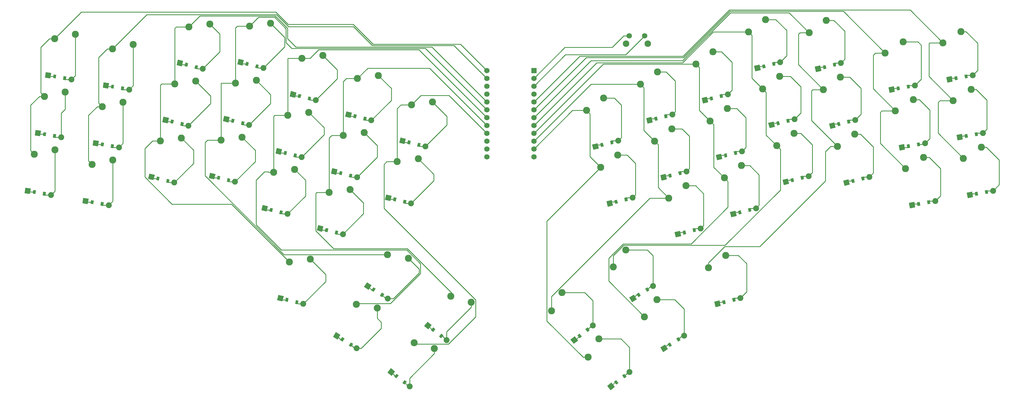
<source format=gbr>
%TF.GenerationSoftware,KiCad,Pcbnew,5.1.12-1.fc35*%
%TF.CreationDate,2022-02-21T17:57:33-08:00*%
%TF.ProjectId,jackalope_unibody,6a61636b-616c-46f7-9065-5f756e69626f,v1.0.0*%
%TF.SameCoordinates,Original*%
%TF.FileFunction,Copper,L1,Top*%
%TF.FilePolarity,Positive*%
%FSLAX46Y46*%
G04 Gerber Fmt 4.6, Leading zero omitted, Abs format (unit mm)*
G04 Created by KiCad (PCBNEW 5.1.12-1.fc35) date 2022-02-21 17:57:33*
%MOMM*%
%LPD*%
G01*
G04 APERTURE LIST*
%TA.AperFunction,ComponentPad*%
%ADD10C,2.100000*%
%TD*%
%TA.AperFunction,ComponentPad*%
%ADD11C,1.750000*%
%TD*%
%TA.AperFunction,ComponentPad*%
%ADD12C,2.286000*%
%TD*%
%TA.AperFunction,SMDPad,CuDef*%
%ADD13C,0.100000*%
%TD*%
%TA.AperFunction,ComponentPad*%
%ADD14C,1.905000*%
%TD*%
%TA.AperFunction,ComponentPad*%
%ADD15C,0.100000*%
%TD*%
%TA.AperFunction,ComponentPad*%
%ADD16R,1.752600X1.752600*%
%TD*%
%TA.AperFunction,ComponentPad*%
%ADD17C,1.752600*%
%TD*%
%TA.AperFunction,Conductor*%
%ADD18C,0.250000*%
%TD*%
G04 APERTURE END LIST*
D10*
%TO.P,RESET,*%
%TO.N,*%
X188250000Y39010000D03*
D11*
%TO.P,RESET,1*%
%TO.N,GND*%
X189250000Y41500000D03*
%TO.P,RESET,2*%
%TO.N,RST*%
X194250000Y41500000D03*
D10*
%TO.P,RESET,*%
%TO.N,*%
X195260000Y39010000D03*
%TD*%
D12*
%TO.P,S1,1*%
%TO.N,outer_bottom*%
X3383544Y4561757D03*
%TO.P,S1,2*%
%TO.N,P1*%
X-3311051Y3163011D03*
%TD*%
%TA.AperFunction,SMDPad,CuDef*%
D13*
%TO.P,D1,1*%
%TO.N,P9*%
G36*
X-3821943Y-9581898D02*
G01*
X-3613566Y-8400129D01*
X-2727239Y-8556412D01*
X-2935616Y-9738181D01*
X-3821943Y-9581898D01*
G37*
%TD.AperFunction*%
%TA.AperFunction,SMDPad,CuDef*%
%TO.P,D1,2*%
%TO.N,outer_bottom*%
G36*
X-572077Y-10154936D02*
G01*
X-363700Y-8973167D01*
X522627Y-9129450D01*
X314250Y-10311219D01*
X-572077Y-10154936D01*
G37*
%TD.AperFunction*%
D14*
%TO.P,D1,1*%
X2102460Y-10017274D03*
%TA.AperFunction,ComponentPad*%
D15*
%TO.P,D1,2*%
%TO.N,P9*%
G36*
X-6431643Y-9415195D02*
G01*
X-6122897Y-7664207D01*
X-4371909Y-7972953D01*
X-4680655Y-9723941D01*
X-6431643Y-9415195D01*
G37*
%TD.AperFunction*%
%TD*%
D12*
%TO.P,S2,1*%
%TO.N,outer_home*%
X6682859Y23273104D03*
%TO.P,S2,2*%
%TO.N,P1*%
X-11736Y21874358D03*
%TD*%
%TA.AperFunction,SMDPad,CuDef*%
D13*
%TO.P,D2,1*%
%TO.N,P8*%
G36*
X-522627Y9129450D02*
G01*
X-314250Y10311219D01*
X572077Y10154936D01*
X363700Y8973167D01*
X-522627Y9129450D01*
G37*
%TD.AperFunction*%
%TA.AperFunction,SMDPad,CuDef*%
%TO.P,D2,2*%
%TO.N,outer_home*%
G36*
X2727239Y8556412D02*
G01*
X2935616Y9738181D01*
X3821943Y9581898D01*
X3613566Y8400129D01*
X2727239Y8556412D01*
G37*
%TD.AperFunction*%
D14*
%TO.P,D2,1*%
X5401776Y8694074D03*
%TA.AperFunction,ComponentPad*%
D15*
%TO.P,D2,2*%
%TO.N,P8*%
G36*
X-3132327Y9296153D02*
G01*
X-2823581Y11047141D01*
X-1072593Y10738395D01*
X-1381339Y8987407D01*
X-3132327Y9296153D01*
G37*
%TD.AperFunction*%
%TD*%
D12*
%TO.P,S3,1*%
%TO.N,outer_top*%
X9982175Y41984452D03*
%TO.P,S3,2*%
%TO.N,P1*%
X3287580Y40585706D03*
%TD*%
%TA.AperFunction,SMDPad,CuDef*%
D13*
%TO.P,D3,1*%
%TO.N,P7*%
G36*
X2776688Y27840797D02*
G01*
X2985065Y29022566D01*
X3871392Y28866283D01*
X3663015Y27684514D01*
X2776688Y27840797D01*
G37*
%TD.AperFunction*%
%TA.AperFunction,SMDPad,CuDef*%
%TO.P,D3,2*%
%TO.N,outer_top*%
G36*
X6026554Y27267759D02*
G01*
X6234931Y28449528D01*
X7121258Y28293245D01*
X6912881Y27111476D01*
X6026554Y27267759D01*
G37*
%TD.AperFunction*%
D14*
%TO.P,D3,1*%
X8701091Y27405421D03*
%TA.AperFunction,ComponentPad*%
D15*
%TO.P,D3,2*%
%TO.N,P7*%
G36*
X166988Y28007500D02*
G01*
X475734Y29758488D01*
X2226722Y29449742D01*
X1917976Y27698754D01*
X166988Y28007500D01*
G37*
%TD.AperFunction*%
%TD*%
D12*
%TO.P,S4,1*%
%TO.N,pinky_bottom*%
X22094891Y1262442D03*
%TO.P,S4,2*%
%TO.N,P0*%
X15400296Y-136304D03*
%TD*%
%TA.AperFunction,SMDPad,CuDef*%
D13*
%TO.P,D4,1*%
%TO.N,P9*%
G36*
X14889405Y-12881213D02*
G01*
X15097782Y-11699444D01*
X15984109Y-11855727D01*
X15775732Y-13037496D01*
X14889405Y-12881213D01*
G37*
%TD.AperFunction*%
%TA.AperFunction,SMDPad,CuDef*%
%TO.P,D4,2*%
%TO.N,pinky_bottom*%
G36*
X18139271Y-13454251D02*
G01*
X18347648Y-12272482D01*
X19233975Y-12428765D01*
X19025598Y-13610534D01*
X18139271Y-13454251D01*
G37*
%TD.AperFunction*%
D14*
%TO.P,D4,1*%
X20813808Y-13316589D03*
%TA.AperFunction,ComponentPad*%
D15*
%TO.P,D4,2*%
%TO.N,P9*%
G36*
X12279705Y-12714510D02*
G01*
X12588451Y-10963522D01*
X14339439Y-11272268D01*
X14030693Y-13023256D01*
X12279705Y-12714510D01*
G37*
%TD.AperFunction*%
%TD*%
D12*
%TO.P,S5,1*%
%TO.N,pinky_home*%
X25394207Y19973789D03*
%TO.P,S5,2*%
%TO.N,P0*%
X18699612Y18575043D03*
%TD*%
%TA.AperFunction,SMDPad,CuDef*%
D13*
%TO.P,D5,1*%
%TO.N,P8*%
G36*
X18188720Y5830134D02*
G01*
X18397097Y7011903D01*
X19283424Y6855620D01*
X19075047Y5673851D01*
X18188720Y5830134D01*
G37*
%TD.AperFunction*%
%TA.AperFunction,SMDPad,CuDef*%
%TO.P,D5,2*%
%TO.N,pinky_home*%
G36*
X21438586Y5257096D02*
G01*
X21646963Y6438865D01*
X22533290Y6282582D01*
X22324913Y5100813D01*
X21438586Y5257096D01*
G37*
%TD.AperFunction*%
D14*
%TO.P,D5,1*%
X24113123Y5394758D03*
%TA.AperFunction,ComponentPad*%
D15*
%TO.P,D5,2*%
%TO.N,P8*%
G36*
X15579020Y5996837D02*
G01*
X15887766Y7747825D01*
X17638754Y7439079D01*
X17330008Y5688091D01*
X15579020Y5996837D01*
G37*
%TD.AperFunction*%
%TD*%
D12*
%TO.P,S6,1*%
%TO.N,pinky_top*%
X28693522Y38685136D03*
%TO.P,S6,2*%
%TO.N,P0*%
X21998927Y37286390D03*
%TD*%
%TA.AperFunction,SMDPad,CuDef*%
D13*
%TO.P,D6,1*%
%TO.N,P7*%
G36*
X21488035Y24541482D02*
G01*
X21696412Y25723251D01*
X22582739Y25566968D01*
X22374362Y24385199D01*
X21488035Y24541482D01*
G37*
%TD.AperFunction*%
%TA.AperFunction,SMDPad,CuDef*%
%TO.P,D6,2*%
%TO.N,pinky_top*%
G36*
X24737901Y23968444D02*
G01*
X24946278Y25150213D01*
X25832605Y24993930D01*
X25624228Y23812161D01*
X24737901Y23968444D01*
G37*
%TD.AperFunction*%
D14*
%TO.P,D6,1*%
X27412438Y24106106D03*
%TA.AperFunction,ComponentPad*%
D15*
%TO.P,D6,2*%
%TO.N,P7*%
G36*
X18878335Y24708185D02*
G01*
X19187081Y26459173D01*
X20938069Y26150427D01*
X20629323Y24399439D01*
X18878335Y24708185D01*
G37*
%TD.AperFunction*%
%TD*%
D12*
%TO.P,S7,1*%
%TO.N,ring_bottom*%
X44323043Y8438670D03*
%TO.P,S7,2*%
%TO.N,P2*%
X37547184Y7510323D03*
%TD*%
%TA.AperFunction,SMDPad,CuDef*%
D13*
%TO.P,D7,1*%
%TO.N,P9*%
G36*
X36148497Y-5167902D02*
G01*
X36438803Y-4003547D01*
X37312069Y-4221276D01*
X37021763Y-5385631D01*
X36148497Y-5167902D01*
G37*
%TD.AperFunction*%
%TA.AperFunction,SMDPad,CuDef*%
%TO.P,D7,2*%
%TO.N,ring_bottom*%
G36*
X39350473Y-5966244D02*
G01*
X39640779Y-4801889D01*
X40514045Y-5019618D01*
X40223739Y-6183973D01*
X39350473Y-5966244D01*
G37*
%TD.AperFunction*%
D14*
%TO.P,D7,1*%
X42028098Y-6015482D03*
%TA.AperFunction,ComponentPad*%
D15*
%TO.P,D7,2*%
%TO.N,P9*%
G36*
X33556783Y-4819562D02*
G01*
X33986920Y-3094377D01*
X35712105Y-3524514D01*
X35281968Y-5249699D01*
X33556783Y-4819562D01*
G37*
%TD.AperFunction*%
%TD*%
D12*
%TO.P,S8,1*%
%TO.N,ring_home*%
X48919559Y26874289D03*
%TO.P,S8,2*%
%TO.N,P2*%
X42143700Y25945942D03*
%TD*%
%TA.AperFunction,SMDPad,CuDef*%
D13*
%TO.P,D8,1*%
%TO.N,P8*%
G36*
X40745013Y13267717D02*
G01*
X41035319Y14432072D01*
X41908585Y14214343D01*
X41618279Y13049988D01*
X40745013Y13267717D01*
G37*
%TD.AperFunction*%
%TA.AperFunction,SMDPad,CuDef*%
%TO.P,D8,2*%
%TO.N,ring_home*%
G36*
X43946989Y12469375D02*
G01*
X44237295Y13633730D01*
X45110561Y13416001D01*
X44820255Y12251646D01*
X43946989Y12469375D01*
G37*
%TD.AperFunction*%
D14*
%TO.P,D8,1*%
X46624614Y12420137D03*
%TA.AperFunction,ComponentPad*%
D15*
%TO.P,D8,2*%
%TO.N,P8*%
G36*
X38153299Y13616057D02*
G01*
X38583436Y15341242D01*
X40308621Y14911105D01*
X39878484Y13185920D01*
X38153299Y13616057D01*
G37*
%TD.AperFunction*%
%TD*%
D12*
%TO.P,S9,1*%
%TO.N,ring_top*%
X53516075Y45309908D03*
%TO.P,S9,2*%
%TO.N,P2*%
X46740216Y44381561D03*
%TD*%
%TA.AperFunction,SMDPad,CuDef*%
D13*
%TO.P,D9,1*%
%TO.N,P7*%
G36*
X45341529Y31703335D02*
G01*
X45631835Y32867690D01*
X46505101Y32649961D01*
X46214795Y31485606D01*
X45341529Y31703335D01*
G37*
%TD.AperFunction*%
%TA.AperFunction,SMDPad,CuDef*%
%TO.P,D9,2*%
%TO.N,ring_top*%
G36*
X48543505Y30904993D02*
G01*
X48833811Y32069348D01*
X49707077Y31851619D01*
X49416771Y30687264D01*
X48543505Y30904993D01*
G37*
%TD.AperFunction*%
D14*
%TO.P,D9,1*%
X51221130Y30855755D03*
%TA.AperFunction,ComponentPad*%
D15*
%TO.P,D9,2*%
%TO.N,P7*%
G36*
X42749815Y32051675D02*
G01*
X43179952Y33776860D01*
X44905137Y33346723D01*
X44475000Y31621538D01*
X42749815Y32051675D01*
G37*
%TD.AperFunction*%
%TD*%
D12*
%TO.P,S10,1*%
%TO.N,middle_bottom*%
X63968271Y8693633D03*
%TO.P,S10,2*%
%TO.N,P3*%
X57192412Y7765286D03*
%TD*%
%TA.AperFunction,SMDPad,CuDef*%
D13*
%TO.P,D10,1*%
%TO.N,P9*%
G36*
X55793725Y-4912940D02*
G01*
X56084031Y-3748585D01*
X56957297Y-3966314D01*
X56666991Y-5130669D01*
X55793725Y-4912940D01*
G37*
%TD.AperFunction*%
%TA.AperFunction,SMDPad,CuDef*%
%TO.P,D10,2*%
%TO.N,middle_bottom*%
G36*
X58995701Y-5711282D02*
G01*
X59286007Y-4546927D01*
X60159273Y-4764656D01*
X59868967Y-5929011D01*
X58995701Y-5711282D01*
G37*
%TD.AperFunction*%
D14*
%TO.P,D10,1*%
X61673326Y-5760520D03*
%TA.AperFunction,ComponentPad*%
D15*
%TO.P,D10,2*%
%TO.N,P9*%
G36*
X53202011Y-4564600D02*
G01*
X53632148Y-2839415D01*
X55357333Y-3269552D01*
X54927196Y-4994737D01*
X53202011Y-4564600D01*
G37*
%TD.AperFunction*%
%TD*%
D12*
%TO.P,S11,1*%
%TO.N,middle_home*%
X68564787Y27129252D03*
%TO.P,S11,2*%
%TO.N,P3*%
X61788928Y26200905D03*
%TD*%
%TA.AperFunction,SMDPad,CuDef*%
D13*
%TO.P,D11,1*%
%TO.N,P8*%
G36*
X60390241Y13522679D02*
G01*
X60680547Y14687034D01*
X61553813Y14469305D01*
X61263507Y13304950D01*
X60390241Y13522679D01*
G37*
%TD.AperFunction*%
%TA.AperFunction,SMDPad,CuDef*%
%TO.P,D11,2*%
%TO.N,middle_home*%
G36*
X63592217Y12724337D02*
G01*
X63882523Y13888692D01*
X64755789Y13670963D01*
X64465483Y12506608D01*
X63592217Y12724337D01*
G37*
%TD.AperFunction*%
D14*
%TO.P,D11,1*%
X66269842Y12675099D03*
%TA.AperFunction,ComponentPad*%
D15*
%TO.P,D11,2*%
%TO.N,P8*%
G36*
X57798527Y13871019D02*
G01*
X58228664Y15596204D01*
X59953849Y15166067D01*
X59523712Y13440882D01*
X57798527Y13871019D01*
G37*
%TD.AperFunction*%
%TD*%
D12*
%TO.P,S12,1*%
%TO.N,middle_top*%
X73161303Y45564870D03*
%TO.P,S12,2*%
%TO.N,P3*%
X66385444Y44636523D03*
%TD*%
%TA.AperFunction,SMDPad,CuDef*%
D13*
%TO.P,D12,1*%
%TO.N,P7*%
G36*
X64986757Y31958298D02*
G01*
X65277063Y33122653D01*
X66150329Y32904924D01*
X65860023Y31740569D01*
X64986757Y31958298D01*
G37*
%TD.AperFunction*%
%TA.AperFunction,SMDPad,CuDef*%
%TO.P,D12,2*%
%TO.N,middle_top*%
G36*
X68188733Y31159956D02*
G01*
X68479039Y32324311D01*
X69352305Y32106582D01*
X69061999Y30942227D01*
X68188733Y31159956D01*
G37*
%TD.AperFunction*%
D14*
%TO.P,D12,1*%
X70866358Y31110718D03*
%TA.AperFunction,ComponentPad*%
D15*
%TO.P,D12,2*%
%TO.N,P7*%
G36*
X62395043Y32306638D02*
G01*
X62825180Y34031823D01*
X64550365Y33601686D01*
X64120228Y31876501D01*
X62395043Y32306638D01*
G37*
%TD.AperFunction*%
%TD*%
D12*
%TO.P,S13,1*%
%TO.N,index_bottom*%
X80952359Y-1724658D03*
%TO.P,S13,2*%
%TO.N,P4*%
X74176500Y-2653005D03*
%TD*%
%TA.AperFunction,SMDPad,CuDef*%
D13*
%TO.P,D13,1*%
%TO.N,P9*%
G36*
X72777813Y-15331230D02*
G01*
X73068119Y-14166875D01*
X73941385Y-14384604D01*
X73651079Y-15548959D01*
X72777813Y-15331230D01*
G37*
%TD.AperFunction*%
%TA.AperFunction,SMDPad,CuDef*%
%TO.P,D13,2*%
%TO.N,index_bottom*%
G36*
X75979789Y-16129572D02*
G01*
X76270095Y-14965217D01*
X77143361Y-15182946D01*
X76853055Y-16347301D01*
X75979789Y-16129572D01*
G37*
%TD.AperFunction*%
D14*
%TO.P,D13,1*%
X78657414Y-16178810D03*
%TA.AperFunction,ComponentPad*%
D15*
%TO.P,D13,2*%
%TO.N,P9*%
G36*
X70186099Y-14982890D02*
G01*
X70616236Y-13257705D01*
X72341421Y-13687842D01*
X71911284Y-15413027D01*
X70186099Y-14982890D01*
G37*
%TD.AperFunction*%
%TD*%
D12*
%TO.P,S14,1*%
%TO.N,index_home*%
X85548875Y16710961D03*
%TO.P,S14,2*%
%TO.N,P4*%
X78773016Y15782614D03*
%TD*%
%TA.AperFunction,SMDPad,CuDef*%
D13*
%TO.P,D14,1*%
%TO.N,P8*%
G36*
X77374329Y3104389D02*
G01*
X77664635Y4268744D01*
X78537901Y4051015D01*
X78247595Y2886660D01*
X77374329Y3104389D01*
G37*
%TD.AperFunction*%
%TA.AperFunction,SMDPad,CuDef*%
%TO.P,D14,2*%
%TO.N,index_home*%
G36*
X80576305Y2306047D02*
G01*
X80866611Y3470402D01*
X81739877Y3252673D01*
X81449571Y2088318D01*
X80576305Y2306047D01*
G37*
%TD.AperFunction*%
D14*
%TO.P,D14,1*%
X83253930Y2256809D03*
%TA.AperFunction,ComponentPad*%
D15*
%TO.P,D14,2*%
%TO.N,P8*%
G36*
X74782615Y3452729D02*
G01*
X75212752Y5177914D01*
X76937937Y4747777D01*
X76507800Y3022592D01*
X74782615Y3452729D01*
G37*
%TD.AperFunction*%
%TD*%
D12*
%TO.P,S15,1*%
%TO.N,index_top*%
X90145391Y35146580D03*
%TO.P,S15,2*%
%TO.N,P4*%
X83369532Y34218233D03*
%TD*%
%TA.AperFunction,SMDPad,CuDef*%
D13*
%TO.P,D15,1*%
%TO.N,P7*%
G36*
X81970845Y21540008D02*
G01*
X82261151Y22704363D01*
X83134417Y22486634D01*
X82844111Y21322279D01*
X81970845Y21540008D01*
G37*
%TD.AperFunction*%
%TA.AperFunction,SMDPad,CuDef*%
%TO.P,D15,2*%
%TO.N,index_top*%
G36*
X85172821Y20741666D02*
G01*
X85463127Y21906021D01*
X86336393Y21688292D01*
X86046087Y20523937D01*
X85172821Y20741666D01*
G37*
%TD.AperFunction*%
D14*
%TO.P,D15,1*%
X87850446Y20692428D03*
%TA.AperFunction,ComponentPad*%
D15*
%TO.P,D15,2*%
%TO.N,P7*%
G36*
X79379131Y21888348D02*
G01*
X79809268Y23613533D01*
X81534453Y23183396D01*
X81104316Y21458211D01*
X79379131Y21888348D01*
G37*
%TD.AperFunction*%
%TD*%
D12*
%TO.P,S16,1*%
%TO.N,inner_bottom*%
X98904134Y-8261765D03*
%TO.P,S16,2*%
%TO.N,P5*%
X92128275Y-9190112D03*
%TD*%
%TA.AperFunction,SMDPad,CuDef*%
D13*
%TO.P,D16,1*%
%TO.N,P9*%
G36*
X90729588Y-21868338D02*
G01*
X91019894Y-20703983D01*
X91893160Y-20921712D01*
X91602854Y-22086067D01*
X90729588Y-21868338D01*
G37*
%TD.AperFunction*%
%TA.AperFunction,SMDPad,CuDef*%
%TO.P,D16,2*%
%TO.N,inner_bottom*%
G36*
X93931564Y-22666680D02*
G01*
X94221870Y-21502325D01*
X95095136Y-21720054D01*
X94804830Y-22884409D01*
X93931564Y-22666680D01*
G37*
%TD.AperFunction*%
D14*
%TO.P,D16,1*%
X96609189Y-22715918D03*
%TA.AperFunction,ComponentPad*%
D15*
%TO.P,D16,2*%
%TO.N,P9*%
G36*
X88137874Y-21519998D02*
G01*
X88568011Y-19794813D01*
X90293196Y-20224950D01*
X89863059Y-21950135D01*
X88137874Y-21519998D01*
G37*
%TD.AperFunction*%
%TD*%
D12*
%TO.P,S17,1*%
%TO.N,inner_home*%
X103500650Y10173854D03*
%TO.P,S17,2*%
%TO.N,P5*%
X96724791Y9245507D03*
%TD*%
%TA.AperFunction,SMDPad,CuDef*%
D13*
%TO.P,D17,1*%
%TO.N,P8*%
G36*
X95326104Y-3432719D02*
G01*
X95616410Y-2268364D01*
X96489676Y-2486093D01*
X96199370Y-3650448D01*
X95326104Y-3432719D01*
G37*
%TD.AperFunction*%
%TA.AperFunction,SMDPad,CuDef*%
%TO.P,D17,2*%
%TO.N,inner_home*%
G36*
X98528080Y-4231061D02*
G01*
X98818386Y-3066706D01*
X99691652Y-3284435D01*
X99401346Y-4448790D01*
X98528080Y-4231061D01*
G37*
%TD.AperFunction*%
D14*
%TO.P,D17,1*%
X101205705Y-4280299D03*
%TA.AperFunction,ComponentPad*%
D15*
%TO.P,D17,2*%
%TO.N,P8*%
G36*
X92734390Y-3084379D02*
G01*
X93164527Y-1359194D01*
X94889712Y-1789331D01*
X94459575Y-3514516D01*
X92734390Y-3084379D01*
G37*
%TD.AperFunction*%
%TD*%
D12*
%TO.P,S18,1*%
%TO.N,inner_top*%
X108097166Y28609473D03*
%TO.P,S18,2*%
%TO.N,P5*%
X101321307Y27681126D03*
%TD*%
%TA.AperFunction,SMDPad,CuDef*%
D13*
%TO.P,D18,1*%
%TO.N,P7*%
G36*
X99922620Y15002900D02*
G01*
X100212926Y16167255D01*
X101086192Y15949526D01*
X100795886Y14785171D01*
X99922620Y15002900D01*
G37*
%TD.AperFunction*%
%TA.AperFunction,SMDPad,CuDef*%
%TO.P,D18,2*%
%TO.N,inner_top*%
G36*
X103124596Y14204558D02*
G01*
X103414902Y15368913D01*
X104288168Y15151184D01*
X103997862Y13986829D01*
X103124596Y14204558D01*
G37*
%TD.AperFunction*%
D14*
%TO.P,D18,1*%
X105802221Y14155320D03*
%TA.AperFunction,ComponentPad*%
D15*
%TO.P,D18,2*%
%TO.N,P7*%
G36*
X97330906Y15351240D02*
G01*
X97761043Y17076425D01*
X99486228Y16646288D01*
X99056091Y14921103D01*
X97330906Y15351240D01*
G37*
%TD.AperFunction*%
%TD*%
D12*
%TO.P,S19,1*%
%TO.N,macro_home*%
X120968581Y1696155D03*
%TO.P,S19,2*%
%TO.N,P6*%
X114192722Y767808D03*
%TD*%
%TA.AperFunction,SMDPad,CuDef*%
D13*
%TO.P,D19,1*%
%TO.N,P8*%
G36*
X112794035Y-11910418D02*
G01*
X113084341Y-10746063D01*
X113957607Y-10963792D01*
X113667301Y-12128147D01*
X112794035Y-11910418D01*
G37*
%TD.AperFunction*%
%TA.AperFunction,SMDPad,CuDef*%
%TO.P,D19,2*%
%TO.N,macro_home*%
G36*
X115996011Y-12708760D02*
G01*
X116286317Y-11544405D01*
X117159583Y-11762134D01*
X116869277Y-12926489D01*
X115996011Y-12708760D01*
G37*
%TD.AperFunction*%
D14*
%TO.P,D19,1*%
X118673636Y-12757998D03*
%TA.AperFunction,ComponentPad*%
D15*
%TO.P,D19,2*%
%TO.N,P8*%
G36*
X110202321Y-11562078D02*
G01*
X110632458Y-9836893D01*
X112357643Y-10267030D01*
X111927506Y-11992215D01*
X110202321Y-11562078D01*
G37*
%TD.AperFunction*%
%TD*%
D12*
%TO.P,S20,1*%
%TO.N,macro_top*%
X125565097Y20131774D03*
%TO.P,S20,2*%
%TO.N,P6*%
X118789238Y19203427D03*
%TD*%
%TA.AperFunction,SMDPad,CuDef*%
D13*
%TO.P,D20,1*%
%TO.N,P7*%
G36*
X117390551Y6525201D02*
G01*
X117680857Y7689556D01*
X118554123Y7471827D01*
X118263817Y6307472D01*
X117390551Y6525201D01*
G37*
%TD.AperFunction*%
%TA.AperFunction,SMDPad,CuDef*%
%TO.P,D20,2*%
%TO.N,macro_top*%
G36*
X120592527Y5726859D02*
G01*
X120882833Y6891214D01*
X121756099Y6673485D01*
X121465793Y5509130D01*
X120592527Y5726859D01*
G37*
%TD.AperFunction*%
D14*
%TO.P,D20,1*%
X123270152Y5677621D03*
%TA.AperFunction,ComponentPad*%
D15*
%TO.P,D20,2*%
%TO.N,P7*%
G36*
X114798837Y6873541D02*
G01*
X115228974Y8598726D01*
X116954159Y8168589D01*
X116524022Y6443404D01*
X114798837Y6873541D01*
G37*
%TD.AperFunction*%
%TD*%
D12*
%TO.P,S21,1*%
%TO.N,inner_upper*%
X86064016Y-30825705D03*
%TO.P,S21,2*%
%TO.N,P2*%
X79288157Y-31754052D03*
%TD*%
%TA.AperFunction,SMDPad,CuDef*%
D13*
%TO.P,D21,1*%
%TO.N,P10*%
G36*
X77889470Y-44432277D02*
G01*
X78179776Y-43267922D01*
X79053042Y-43485651D01*
X78762736Y-44650006D01*
X77889470Y-44432277D01*
G37*
%TD.AperFunction*%
%TA.AperFunction,SMDPad,CuDef*%
%TO.P,D21,2*%
%TO.N,inner_upper*%
G36*
X81091446Y-45230619D02*
G01*
X81381752Y-44066264D01*
X82255018Y-44283993D01*
X81964712Y-45448348D01*
X81091446Y-45230619D01*
G37*
%TD.AperFunction*%
D14*
%TO.P,D21,1*%
X83769071Y-45279857D03*
%TA.AperFunction,ComponentPad*%
D15*
%TO.P,D21,2*%
%TO.N,P10*%
G36*
X75297756Y-44083937D02*
G01*
X75727893Y-42358752D01*
X77453078Y-42788889D01*
X77022941Y-44514074D01*
X75297756Y-44083937D01*
G37*
%TD.AperFunction*%
%TD*%
D12*
%TO.P,S22,1*%
%TO.N,home_upper*%
X117774981Y-30521791D03*
%TO.P,S22,2*%
%TO.N,P3*%
X111043881Y-29310845D03*
%TD*%
%TA.AperFunction,SMDPad,CuDef*%
D13*
%TO.P,D22,1*%
%TO.N,P10*%
G36*
X105795864Y-40936335D02*
G01*
X106431767Y-39918677D01*
X107195010Y-40395605D01*
X106559107Y-41413263D01*
X105795864Y-40936335D01*
G37*
%TD.AperFunction*%
%TA.AperFunction,SMDPad,CuDef*%
%TO.P,D22,2*%
%TO.N,home_upper*%
G36*
X108594422Y-42685069D02*
G01*
X109230325Y-41667411D01*
X109993568Y-42144339D01*
X109357665Y-43161997D01*
X108594422Y-42685069D01*
G37*
%TD.AperFunction*%
D14*
%TO.P,D22,1*%
X111125779Y-43559329D03*
%TA.AperFunction,ComponentPad*%
D15*
%TO.P,D22,2*%
%TO.N,P10*%
G36*
X103438640Y-39804162D02*
G01*
X104380836Y-38296332D01*
X105888666Y-39238528D01*
X104946470Y-40746358D01*
X103438640Y-39804162D01*
G37*
%TD.AperFunction*%
%TD*%
D12*
%TO.P,S23,1*%
%TO.N,outer_upper*%
X138093304Y-44743156D03*
%TO.P,S23,2*%
%TO.N,P5*%
X131525655Y-42835252D03*
%TD*%
%TA.AperFunction,SMDPad,CuDef*%
D13*
%TO.P,D23,1*%
%TO.N,P10*%
G36*
X125091192Y-53848490D02*
G01*
X125829986Y-52902877D01*
X126539196Y-53456972D01*
X125800402Y-54402585D01*
X125091192Y-53848490D01*
G37*
%TD.AperFunction*%
%TA.AperFunction,SMDPad,CuDef*%
%TO.P,D23,2*%
%TO.N,outer_upper*%
G36*
X127691628Y-55880172D02*
G01*
X128430422Y-54934559D01*
X129139632Y-55488654D01*
X128400838Y-56434267D01*
X127691628Y-55880172D01*
G37*
%TD.AperFunction*%
D14*
%TO.P,D23,1*%
X130117733Y-57014242D03*
%TA.AperFunction,ComponentPad*%
D15*
%TO.P,D23,2*%
%TO.N,P10*%
G36*
X122865226Y-52476121D02*
G01*
X123959872Y-51075037D01*
X125360956Y-52169683D01*
X124266310Y-53570767D01*
X122865226Y-52476121D01*
G37*
%TD.AperFunction*%
%TD*%
D12*
%TO.P,S24,1*%
%TO.N,home_lower*%
X107706515Y-46634705D03*
%TO.P,S24,2*%
%TO.N,P4*%
X100975415Y-45423759D03*
%TD*%
%TA.AperFunction,SMDPad,CuDef*%
D13*
%TO.P,D24,1*%
%TO.N,P10*%
G36*
X95727398Y-57049249D02*
G01*
X96363301Y-56031591D01*
X97126544Y-56508519D01*
X96490641Y-57526177D01*
X95727398Y-57049249D01*
G37*
%TD.AperFunction*%
%TA.AperFunction,SMDPad,CuDef*%
%TO.P,D24,2*%
%TO.N,home_lower*%
G36*
X98525956Y-58797983D02*
G01*
X99161859Y-57780325D01*
X99925102Y-58257253D01*
X99289199Y-59274911D01*
X98525956Y-58797983D01*
G37*
%TD.AperFunction*%
D14*
%TO.P,D24,1*%
X101057313Y-59672243D03*
%TA.AperFunction,ComponentPad*%
D15*
%TO.P,D24,2*%
%TO.N,P10*%
G36*
X93370174Y-55917076D02*
G01*
X94312370Y-54409246D01*
X95820200Y-55351442D01*
X94878004Y-56859272D01*
X93370174Y-55917076D01*
G37*
%TD.AperFunction*%
%TD*%
D12*
%TO.P,S25,1*%
%TO.N,outer_lower*%
X126211938Y-59773151D03*
%TO.P,S25,2*%
%TO.N,P6*%
X119644289Y-57865247D03*
%TD*%
%TA.AperFunction,SMDPad,CuDef*%
D13*
%TO.P,D25,1*%
%TO.N,P10*%
G36*
X113209826Y-68878486D02*
G01*
X113948620Y-67932873D01*
X114657830Y-68486968D01*
X113919036Y-69432581D01*
X113209826Y-68878486D01*
G37*
%TD.AperFunction*%
%TA.AperFunction,SMDPad,CuDef*%
%TO.P,D25,2*%
%TO.N,outer_lower*%
G36*
X115810262Y-70910168D02*
G01*
X116549056Y-69964555D01*
X117258266Y-70518650D01*
X116519472Y-71464263D01*
X115810262Y-70910168D01*
G37*
%TD.AperFunction*%
D14*
%TO.P,D25,1*%
X118236367Y-72044238D03*
%TA.AperFunction,ComponentPad*%
D15*
%TO.P,D25,2*%
%TO.N,P10*%
G36*
X110983860Y-67506117D02*
G01*
X112078506Y-66105033D01*
X113479590Y-67199679D01*
X112384944Y-68600763D01*
X110983860Y-67506117D01*
G37*
%TD.AperFunction*%
%TD*%
D12*
%TO.P,S26,1*%
%TO.N,mirror_outer_bottom*%
X303217910Y5443890D03*
%TO.P,S26,2*%
%TO.N,P21*%
X297405447Y1839812D03*
%TD*%
%TA.AperFunction,SMDPad,CuDef*%
D13*
%TO.P,D26,1*%
%TO.N,P9*%
G36*
X301284381Y-10311219D02*
G01*
X301076004Y-9129450D01*
X301962331Y-8973167D01*
X302170708Y-10154936D01*
X301284381Y-10311219D01*
G37*
%TD.AperFunction*%
%TA.AperFunction,SMDPad,CuDef*%
%TO.P,D26,2*%
%TO.N,mirror_outer_bottom*%
G36*
X304534247Y-9738181D02*
G01*
X304325870Y-8556412D01*
X305212197Y-8400129D01*
X305420574Y-9581898D01*
X304534247Y-9738181D01*
G37*
%TD.AperFunction*%
D14*
%TO.P,D26,1*%
X307000407Y-8694074D03*
%TA.AperFunction,ComponentPad*%
D15*
%TO.P,D26,2*%
%TO.N,P9*%
G36*
X298775050Y-11047141D02*
G01*
X298466304Y-9296153D01*
X300217292Y-8987407D01*
X300526038Y-10738395D01*
X298775050Y-11047141D01*
G37*
%TD.AperFunction*%
%TD*%
D12*
%TO.P,S27,1*%
%TO.N,mirror_outer_home*%
X299918594Y24155237D03*
%TO.P,S27,2*%
%TO.N,P21*%
X294106131Y20551159D03*
%TD*%
%TA.AperFunction,SMDPad,CuDef*%
D13*
%TO.P,D27,1*%
%TO.N,P8*%
G36*
X297985065Y8400129D02*
G01*
X297776688Y9581898D01*
X298663015Y9738181D01*
X298871392Y8556412D01*
X297985065Y8400129D01*
G37*
%TD.AperFunction*%
%TA.AperFunction,SMDPad,CuDef*%
%TO.P,D27,2*%
%TO.N,mirror_outer_home*%
G36*
X301234931Y8973167D02*
G01*
X301026554Y10154936D01*
X301912881Y10311219D01*
X302121258Y9129450D01*
X301234931Y8973167D01*
G37*
%TD.AperFunction*%
D14*
%TO.P,D27,1*%
X303701091Y10017274D03*
%TA.AperFunction,ComponentPad*%
D15*
%TO.P,D27,2*%
%TO.N,P8*%
G36*
X295475734Y7664207D02*
G01*
X295166988Y9415195D01*
X296917976Y9723941D01*
X297226722Y7972953D01*
X295475734Y7664207D01*
G37*
%TD.AperFunction*%
%TD*%
D12*
%TO.P,S28,1*%
%TO.N,mirror_outer_top*%
X296619279Y42866585D03*
%TO.P,S28,2*%
%TO.N,P21*%
X290806816Y39262507D03*
%TD*%
%TA.AperFunction,SMDPad,CuDef*%
D13*
%TO.P,D28,1*%
%TO.N,P7*%
G36*
X294685750Y27111476D02*
G01*
X294477373Y28293245D01*
X295363700Y28449528D01*
X295572077Y27267759D01*
X294685750Y27111476D01*
G37*
%TD.AperFunction*%
%TA.AperFunction,SMDPad,CuDef*%
%TO.P,D28,2*%
%TO.N,mirror_outer_top*%
G36*
X297935616Y27684514D02*
G01*
X297727239Y28866283D01*
X298613566Y29022566D01*
X298821943Y27840797D01*
X297935616Y27684514D01*
G37*
%TD.AperFunction*%
D14*
%TO.P,D28,1*%
X300401776Y28728621D03*
%TA.AperFunction,ComponentPad*%
D15*
%TO.P,D28,2*%
%TO.N,P7*%
G36*
X292176419Y26375554D02*
G01*
X291867673Y28126542D01*
X293618661Y28435288D01*
X293927407Y26684300D01*
X292176419Y26375554D01*
G37*
%TD.AperFunction*%
%TD*%
D12*
%TO.P,S29,1*%
%TO.N,mirror_pinky_bottom*%
X284506563Y2144575D03*
%TO.P,S29,2*%
%TO.N,P20*%
X278694100Y-1459503D03*
%TD*%
%TA.AperFunction,SMDPad,CuDef*%
D13*
%TO.P,D29,1*%
%TO.N,P9*%
G36*
X282573033Y-13610534D02*
G01*
X282364656Y-12428765D01*
X283250983Y-12272482D01*
X283459360Y-13454251D01*
X282573033Y-13610534D01*
G37*
%TD.AperFunction*%
%TA.AperFunction,SMDPad,CuDef*%
%TO.P,D29,2*%
%TO.N,mirror_pinky_bottom*%
G36*
X285822899Y-13037496D02*
G01*
X285614522Y-11855727D01*
X286500849Y-11699444D01*
X286709226Y-12881213D01*
X285822899Y-13037496D01*
G37*
%TD.AperFunction*%
D14*
%TO.P,D29,1*%
X288289059Y-11993389D03*
%TA.AperFunction,ComponentPad*%
D15*
%TO.P,D29,2*%
%TO.N,P9*%
G36*
X280063702Y-14346456D02*
G01*
X279754956Y-12595468D01*
X281505944Y-12286722D01*
X281814690Y-14037710D01*
X280063702Y-14346456D01*
G37*
%TD.AperFunction*%
%TD*%
D12*
%TO.P,S30,1*%
%TO.N,mirror_pinky_home*%
X281207247Y20855922D03*
%TO.P,S30,2*%
%TO.N,P20*%
X275394784Y17251844D03*
%TD*%
%TA.AperFunction,SMDPad,CuDef*%
D13*
%TO.P,D30,1*%
%TO.N,P8*%
G36*
X279273718Y5100813D02*
G01*
X279065341Y6282582D01*
X279951668Y6438865D01*
X280160045Y5257096D01*
X279273718Y5100813D01*
G37*
%TD.AperFunction*%
%TA.AperFunction,SMDPad,CuDef*%
%TO.P,D30,2*%
%TO.N,mirror_pinky_home*%
G36*
X282523584Y5673851D02*
G01*
X282315207Y6855620D01*
X283201534Y7011903D01*
X283409911Y5830134D01*
X282523584Y5673851D01*
G37*
%TD.AperFunction*%
D14*
%TO.P,D30,1*%
X284989744Y6717958D03*
%TA.AperFunction,ComponentPad*%
D15*
%TO.P,D30,2*%
%TO.N,P8*%
G36*
X276764387Y4364891D02*
G01*
X276455641Y6115879D01*
X278206629Y6424625D01*
X278515375Y4673637D01*
X276764387Y4364891D01*
G37*
%TD.AperFunction*%
%TD*%
D12*
%TO.P,S31,1*%
%TO.N,mirror_pinky_top*%
X277907932Y39567269D03*
%TO.P,S31,2*%
%TO.N,P20*%
X272095469Y35963191D03*
%TD*%
%TA.AperFunction,SMDPad,CuDef*%
D13*
%TO.P,D31,1*%
%TO.N,P7*%
G36*
X275974403Y23812161D02*
G01*
X275766026Y24993930D01*
X276652353Y25150213D01*
X276860730Y23968444D01*
X275974403Y23812161D01*
G37*
%TD.AperFunction*%
%TA.AperFunction,SMDPad,CuDef*%
%TO.P,D31,2*%
%TO.N,mirror_pinky_top*%
G36*
X279224269Y24385199D02*
G01*
X279015892Y25566968D01*
X279902219Y25723251D01*
X280110596Y24541482D01*
X279224269Y24385199D01*
G37*
%TD.AperFunction*%
D14*
%TO.P,D31,1*%
X281690429Y25429306D03*
%TA.AperFunction,ComponentPad*%
D15*
%TO.P,D31,2*%
%TO.N,P7*%
G36*
X273465072Y23076239D02*
G01*
X273156326Y24827227D01*
X274907314Y25135973D01*
X275216060Y23384985D01*
X273465072Y23076239D01*
G37*
%TD.AperFunction*%
%TD*%
D12*
%TO.P,S32,1*%
%TO.N,mirror_ring_bottom*%
X262204690Y9667633D03*
%TO.P,S32,2*%
%TO.N,P19*%
X256657794Y5666878D03*
%TD*%
%TA.AperFunction,SMDPad,CuDef*%
D13*
%TO.P,D32,1*%
%TO.N,P9*%
G36*
X261374892Y-6183973D02*
G01*
X261084586Y-5019618D01*
X261957852Y-4801889D01*
X262248158Y-5966244D01*
X261374892Y-6183973D01*
G37*
%TD.AperFunction*%
%TA.AperFunction,SMDPad,CuDef*%
%TO.P,D32,2*%
%TO.N,mirror_ring_bottom*%
G36*
X264576868Y-5385631D02*
G01*
X264286562Y-4221276D01*
X265159828Y-4003547D01*
X265450134Y-5167902D01*
X264576868Y-5385631D01*
G37*
%TD.AperFunction*%
D14*
%TO.P,D32,1*%
X266964187Y-4172038D03*
%TA.AperFunction,ComponentPad*%
D15*
%TO.P,D32,2*%
%TO.N,P9*%
G36*
X258923009Y-7093143D02*
G01*
X258492872Y-5367958D01*
X260218057Y-4937821D01*
X260648194Y-6663006D01*
X258923009Y-7093143D01*
G37*
%TD.AperFunction*%
%TD*%
D12*
%TO.P,S33,1*%
%TO.N,mirror_ring_home*%
X257608174Y28103252D03*
%TO.P,S33,2*%
%TO.N,P19*%
X252061278Y24102497D03*
%TD*%
%TA.AperFunction,SMDPad,CuDef*%
D13*
%TO.P,D33,1*%
%TO.N,P8*%
G36*
X256778376Y12251646D02*
G01*
X256488070Y13416001D01*
X257361336Y13633730D01*
X257651642Y12469375D01*
X256778376Y12251646D01*
G37*
%TD.AperFunction*%
%TA.AperFunction,SMDPad,CuDef*%
%TO.P,D33,2*%
%TO.N,mirror_ring_home*%
G36*
X259980352Y13049988D02*
G01*
X259690046Y14214343D01*
X260563312Y14432072D01*
X260853618Y13267717D01*
X259980352Y13049988D01*
G37*
%TD.AperFunction*%
D14*
%TO.P,D33,1*%
X262367671Y14263581D03*
%TA.AperFunction,ComponentPad*%
D15*
%TO.P,D33,2*%
%TO.N,P8*%
G36*
X254326493Y11342476D02*
G01*
X253896356Y13067661D01*
X255621541Y13497798D01*
X256051678Y11772613D01*
X254326493Y11342476D01*
G37*
%TD.AperFunction*%
%TD*%
D12*
%TO.P,S34,1*%
%TO.N,mirror_ring_top*%
X253011658Y46538871D03*
%TO.P,S34,2*%
%TO.N,P19*%
X247464762Y42538116D03*
%TD*%
%TA.AperFunction,SMDPad,CuDef*%
D13*
%TO.P,D34,1*%
%TO.N,P7*%
G36*
X252181860Y30687264D02*
G01*
X251891554Y31851619D01*
X252764820Y32069348D01*
X253055126Y30904993D01*
X252181860Y30687264D01*
G37*
%TD.AperFunction*%
%TA.AperFunction,SMDPad,CuDef*%
%TO.P,D34,2*%
%TO.N,mirror_ring_top*%
G36*
X255383836Y31485606D02*
G01*
X255093530Y32649961D01*
X255966796Y32867690D01*
X256257102Y31703335D01*
X255383836Y31485606D01*
G37*
%TD.AperFunction*%
D14*
%TO.P,D34,1*%
X257771155Y32699199D03*
%TA.AperFunction,ComponentPad*%
D15*
%TO.P,D34,2*%
%TO.N,P7*%
G36*
X249729977Y29778094D02*
G01*
X249299840Y31503279D01*
X251025025Y31933416D01*
X251455162Y30208231D01*
X249729977Y29778094D01*
G37*
%TD.AperFunction*%
%TD*%
D12*
%TO.P,S35,1*%
%TO.N,mirror_middle_bottom*%
X242559461Y9922596D03*
%TO.P,S35,2*%
%TO.N,P18*%
X237012565Y5921841D03*
%TD*%
%TA.AperFunction,SMDPad,CuDef*%
D13*
%TO.P,D35,1*%
%TO.N,P9*%
G36*
X241729663Y-5929011D02*
G01*
X241439357Y-4764656D01*
X242312623Y-4546927D01*
X242602929Y-5711282D01*
X241729663Y-5929011D01*
G37*
%TD.AperFunction*%
%TA.AperFunction,SMDPad,CuDef*%
%TO.P,D35,2*%
%TO.N,mirror_middle_bottom*%
G36*
X244931639Y-5130669D02*
G01*
X244641333Y-3966314D01*
X245514599Y-3748585D01*
X245804905Y-4912940D01*
X244931639Y-5130669D01*
G37*
%TD.AperFunction*%
D14*
%TO.P,D35,1*%
X247318958Y-3917076D03*
%TA.AperFunction,ComponentPad*%
D15*
%TO.P,D35,2*%
%TO.N,P9*%
G36*
X239277780Y-6838181D02*
G01*
X238847643Y-5112996D01*
X240572828Y-4682859D01*
X241002965Y-6408044D01*
X239277780Y-6838181D01*
G37*
%TD.AperFunction*%
%TD*%
D12*
%TO.P,S36,1*%
%TO.N,mirror_middle_home*%
X237962945Y28358215D03*
%TO.P,S36,2*%
%TO.N,P18*%
X232416049Y24357460D03*
%TD*%
%TA.AperFunction,SMDPad,CuDef*%
D13*
%TO.P,D36,1*%
%TO.N,P8*%
G36*
X237133147Y12506608D02*
G01*
X236842841Y13670963D01*
X237716107Y13888692D01*
X238006413Y12724337D01*
X237133147Y12506608D01*
G37*
%TD.AperFunction*%
%TA.AperFunction,SMDPad,CuDef*%
%TO.P,D36,2*%
%TO.N,mirror_middle_home*%
G36*
X240335123Y13304950D02*
G01*
X240044817Y14469305D01*
X240918083Y14687034D01*
X241208389Y13522679D01*
X240335123Y13304950D01*
G37*
%TD.AperFunction*%
D14*
%TO.P,D36,1*%
X242722442Y14518543D03*
%TA.AperFunction,ComponentPad*%
D15*
%TO.P,D36,2*%
%TO.N,P8*%
G36*
X234681264Y11597438D02*
G01*
X234251127Y13322623D01*
X235976312Y13752760D01*
X236406449Y12027575D01*
X234681264Y11597438D01*
G37*
%TD.AperFunction*%
%TD*%
D12*
%TO.P,S37,1*%
%TO.N,mirror_middle_top*%
X233366429Y46793833D03*
%TO.P,S37,2*%
%TO.N,P18*%
X227819533Y42793078D03*
%TD*%
%TA.AperFunction,SMDPad,CuDef*%
D13*
%TO.P,D37,1*%
%TO.N,P7*%
G36*
X232536631Y30942227D02*
G01*
X232246325Y32106582D01*
X233119591Y32324311D01*
X233409897Y31159956D01*
X232536631Y30942227D01*
G37*
%TD.AperFunction*%
%TA.AperFunction,SMDPad,CuDef*%
%TO.P,D37,2*%
%TO.N,mirror_middle_top*%
G36*
X235738607Y31740569D02*
G01*
X235448301Y32904924D01*
X236321567Y33122653D01*
X236611873Y31958298D01*
X235738607Y31740569D01*
G37*
%TD.AperFunction*%
D14*
%TO.P,D37,1*%
X238125926Y32954162D03*
%TA.AperFunction,ComponentPad*%
D15*
%TO.P,D37,2*%
%TO.N,P7*%
G36*
X230084748Y30033057D02*
G01*
X229654611Y31758242D01*
X231379796Y32188379D01*
X231809933Y30463194D01*
X230084748Y30033057D01*
G37*
%TD.AperFunction*%
%TD*%
D12*
%TO.P,S38,1*%
%TO.N,mirror_index_bottom*%
X225575374Y-495695D03*
%TO.P,S38,2*%
%TO.N,P15*%
X220028478Y-4496450D03*
%TD*%
%TA.AperFunction,SMDPad,CuDef*%
D13*
%TO.P,D38,1*%
%TO.N,P9*%
G36*
X224745576Y-16347301D02*
G01*
X224455270Y-15182946D01*
X225328536Y-14965217D01*
X225618842Y-16129572D01*
X224745576Y-16347301D01*
G37*
%TD.AperFunction*%
%TA.AperFunction,SMDPad,CuDef*%
%TO.P,D38,2*%
%TO.N,mirror_index_bottom*%
G36*
X227947552Y-15548959D02*
G01*
X227657246Y-14384604D01*
X228530512Y-14166875D01*
X228820818Y-15331230D01*
X227947552Y-15548959D01*
G37*
%TD.AperFunction*%
D14*
%TO.P,D38,1*%
X230334871Y-14335366D03*
%TA.AperFunction,ComponentPad*%
D15*
%TO.P,D38,2*%
%TO.N,P9*%
G36*
X222293693Y-17256471D02*
G01*
X221863556Y-15531286D01*
X223588741Y-15101149D01*
X224018878Y-16826334D01*
X222293693Y-17256471D01*
G37*
%TD.AperFunction*%
%TD*%
D12*
%TO.P,S39,1*%
%TO.N,mirror_index_home*%
X220978858Y17939924D03*
%TO.P,S39,2*%
%TO.N,P15*%
X215431962Y13939169D03*
%TD*%
%TA.AperFunction,SMDPad,CuDef*%
D13*
%TO.P,D39,1*%
%TO.N,P8*%
G36*
X220149060Y2088318D02*
G01*
X219858754Y3252673D01*
X220732020Y3470402D01*
X221022326Y2306047D01*
X220149060Y2088318D01*
G37*
%TD.AperFunction*%
%TA.AperFunction,SMDPad,CuDef*%
%TO.P,D39,2*%
%TO.N,mirror_index_home*%
G36*
X223351036Y2886660D02*
G01*
X223060730Y4051015D01*
X223933996Y4268744D01*
X224224302Y3104389D01*
X223351036Y2886660D01*
G37*
%TD.AperFunction*%
D14*
%TO.P,D39,1*%
X225738355Y4100253D03*
%TA.AperFunction,ComponentPad*%
D15*
%TO.P,D39,2*%
%TO.N,P8*%
G36*
X217697177Y1179148D02*
G01*
X217267040Y2904333D01*
X218992225Y3334470D01*
X219422362Y1609285D01*
X217697177Y1179148D01*
G37*
%TD.AperFunction*%
%TD*%
D12*
%TO.P,S40,1*%
%TO.N,mirror_index_top*%
X216382342Y36375543D03*
%TO.P,S40,2*%
%TO.N,P15*%
X210835446Y32374788D03*
%TD*%
%TA.AperFunction,SMDPad,CuDef*%
D13*
%TO.P,D40,1*%
%TO.N,P7*%
G36*
X215552544Y20523937D02*
G01*
X215262238Y21688292D01*
X216135504Y21906021D01*
X216425810Y20741666D01*
X215552544Y20523937D01*
G37*
%TD.AperFunction*%
%TA.AperFunction,SMDPad,CuDef*%
%TO.P,D40,2*%
%TO.N,mirror_index_top*%
G36*
X218754520Y21322279D02*
G01*
X218464214Y22486634D01*
X219337480Y22704363D01*
X219627786Y21540008D01*
X218754520Y21322279D01*
G37*
%TD.AperFunction*%
D14*
%TO.P,D40,1*%
X221141839Y22535872D03*
%TA.AperFunction,ComponentPad*%
D15*
%TO.P,D40,2*%
%TO.N,P7*%
G36*
X213100661Y19614767D02*
G01*
X212670524Y21339952D01*
X214395709Y21770089D01*
X214825846Y20044904D01*
X213100661Y19614767D01*
G37*
%TD.AperFunction*%
%TD*%
D12*
%TO.P,S41,1*%
%TO.N,mirror_inner_bottom*%
X207623599Y-7032802D03*
%TO.P,S41,2*%
%TO.N,P14*%
X202076703Y-11033557D03*
%TD*%
%TA.AperFunction,SMDPad,CuDef*%
D13*
%TO.P,D41,1*%
%TO.N,P9*%
G36*
X206793801Y-22884409D02*
G01*
X206503495Y-21720054D01*
X207376761Y-21502325D01*
X207667067Y-22666680D01*
X206793801Y-22884409D01*
G37*
%TD.AperFunction*%
%TA.AperFunction,SMDPad,CuDef*%
%TO.P,D41,2*%
%TO.N,mirror_inner_bottom*%
G36*
X209995777Y-22086067D02*
G01*
X209705471Y-20921712D01*
X210578737Y-20703983D01*
X210869043Y-21868338D01*
X209995777Y-22086067D01*
G37*
%TD.AperFunction*%
D14*
%TO.P,D41,1*%
X212383096Y-20872474D03*
%TA.AperFunction,ComponentPad*%
D15*
%TO.P,D41,2*%
%TO.N,P9*%
G36*
X204341918Y-23793579D02*
G01*
X203911781Y-22068394D01*
X205636966Y-21638257D01*
X206067103Y-23363442D01*
X204341918Y-23793579D01*
G37*
%TD.AperFunction*%
%TD*%
D12*
%TO.P,S42,1*%
%TO.N,mirror_inner_home*%
X203027083Y11402817D03*
%TO.P,S42,2*%
%TO.N,P14*%
X197480187Y7402062D03*
%TD*%
%TA.AperFunction,SMDPad,CuDef*%
D13*
%TO.P,D42,1*%
%TO.N,P8*%
G36*
X202197285Y-4448790D02*
G01*
X201906979Y-3284435D01*
X202780245Y-3066706D01*
X203070551Y-4231061D01*
X202197285Y-4448790D01*
G37*
%TD.AperFunction*%
%TA.AperFunction,SMDPad,CuDef*%
%TO.P,D42,2*%
%TO.N,mirror_inner_home*%
G36*
X205399261Y-3650448D02*
G01*
X205108955Y-2486093D01*
X205982221Y-2268364D01*
X206272527Y-3432719D01*
X205399261Y-3650448D01*
G37*
%TD.AperFunction*%
D14*
%TO.P,D42,1*%
X207786580Y-2436855D03*
%TA.AperFunction,ComponentPad*%
D15*
%TO.P,D42,2*%
%TO.N,P8*%
G36*
X199745402Y-5357960D02*
G01*
X199315265Y-3632775D01*
X201040450Y-3202638D01*
X201470587Y-4927823D01*
X199745402Y-5357960D01*
G37*
%TD.AperFunction*%
%TD*%
D12*
%TO.P,S43,1*%
%TO.N,mirror_inner_top*%
X198430567Y29838436D03*
%TO.P,S43,2*%
%TO.N,P14*%
X192883671Y25837681D03*
%TD*%
%TA.AperFunction,SMDPad,CuDef*%
D13*
%TO.P,D43,1*%
%TO.N,P7*%
G36*
X197600769Y13986829D02*
G01*
X197310463Y15151184D01*
X198183729Y15368913D01*
X198474035Y14204558D01*
X197600769Y13986829D01*
G37*
%TD.AperFunction*%
%TA.AperFunction,SMDPad,CuDef*%
%TO.P,D43,2*%
%TO.N,mirror_inner_top*%
G36*
X200802745Y14785171D02*
G01*
X200512439Y15949526D01*
X201385705Y16167255D01*
X201676011Y15002900D01*
X200802745Y14785171D01*
G37*
%TD.AperFunction*%
D14*
%TO.P,D43,1*%
X203190064Y15998764D03*
%TA.AperFunction,ComponentPad*%
D15*
%TO.P,D43,2*%
%TO.N,P7*%
G36*
X195148886Y13077659D02*
G01*
X194718749Y14802844D01*
X196443934Y15232981D01*
X196874071Y13507796D01*
X195148886Y13077659D01*
G37*
%TD.AperFunction*%
%TD*%
D12*
%TO.P,S44,1*%
%TO.N,mirror_macro_home*%
X185559152Y2925118D03*
%TO.P,S44,2*%
%TO.N,P16*%
X180012256Y-1075637D03*
%TD*%
%TA.AperFunction,SMDPad,CuDef*%
D13*
%TO.P,D44,1*%
%TO.N,P8*%
G36*
X184729354Y-12926489D02*
G01*
X184439048Y-11762134D01*
X185312314Y-11544405D01*
X185602620Y-12708760D01*
X184729354Y-12926489D01*
G37*
%TD.AperFunction*%
%TA.AperFunction,SMDPad,CuDef*%
%TO.P,D44,2*%
%TO.N,mirror_macro_home*%
G36*
X187931330Y-12128147D02*
G01*
X187641024Y-10963792D01*
X188514290Y-10746063D01*
X188804596Y-11910418D01*
X187931330Y-12128147D01*
G37*
%TD.AperFunction*%
D14*
%TO.P,D44,1*%
X190318649Y-10914554D03*
%TA.AperFunction,ComponentPad*%
D15*
%TO.P,D44,2*%
%TO.N,P8*%
G36*
X182277471Y-13835659D02*
G01*
X181847334Y-12110474D01*
X183572519Y-11680337D01*
X184002656Y-13405522D01*
X182277471Y-13835659D01*
G37*
%TD.AperFunction*%
%TD*%
D12*
%TO.P,S45,1*%
%TO.N,mirror_macro_top*%
X180962636Y21360737D03*
%TO.P,S45,2*%
%TO.N,P16*%
X175415740Y17359982D03*
%TD*%
%TA.AperFunction,SMDPad,CuDef*%
D13*
%TO.P,D45,1*%
%TO.N,P7*%
G36*
X180132838Y5509130D02*
G01*
X179842532Y6673485D01*
X180715798Y6891214D01*
X181006104Y5726859D01*
X180132838Y5509130D01*
G37*
%TD.AperFunction*%
%TA.AperFunction,SMDPad,CuDef*%
%TO.P,D45,2*%
%TO.N,mirror_macro_top*%
G36*
X183334814Y6307472D02*
G01*
X183044508Y7471827D01*
X183917774Y7689556D01*
X184208080Y6525201D01*
X183334814Y6307472D01*
G37*
%TD.AperFunction*%
D14*
%TO.P,D45,1*%
X185722133Y7521065D03*
%TA.AperFunction,ComponentPad*%
D15*
%TO.P,D45,2*%
%TO.N,P7*%
G36*
X177680955Y4599960D02*
G01*
X177250818Y6325145D01*
X178976003Y6755282D01*
X179406140Y5030097D01*
X177680955Y4599960D01*
G37*
%TD.AperFunction*%
%TD*%
D12*
%TO.P,S46,1*%
%TO.N,mirror_inner_upper*%
X220463717Y-29596742D03*
%TO.P,S46,2*%
%TO.N,P19*%
X214916821Y-33597497D03*
%TD*%
%TA.AperFunction,SMDPad,CuDef*%
D13*
%TO.P,D46,1*%
%TO.N,P10*%
G36*
X219633919Y-45448348D02*
G01*
X219343613Y-44283993D01*
X220216879Y-44066264D01*
X220507185Y-45230619D01*
X219633919Y-45448348D01*
G37*
%TD.AperFunction*%
%TA.AperFunction,SMDPad,CuDef*%
%TO.P,D46,2*%
%TO.N,mirror_inner_upper*%
G36*
X222835895Y-44650006D02*
G01*
X222545589Y-43485651D01*
X223418855Y-43267922D01*
X223709161Y-44432277D01*
X222835895Y-44650006D01*
G37*
%TD.AperFunction*%
D14*
%TO.P,D46,1*%
X225223214Y-43436413D03*
%TA.AperFunction,ComponentPad*%
D15*
%TO.P,D46,2*%
%TO.N,P10*%
G36*
X217182036Y-46357518D02*
G01*
X216751899Y-44632333D01*
X218477084Y-44202196D01*
X218907221Y-45927381D01*
X217182036Y-46357518D01*
G37*
%TD.AperFunction*%
%TD*%
D12*
%TO.P,S47,1*%
%TO.N,mirror_home_upper*%
X188131734Y-27829801D03*
%TO.P,S47,2*%
%TO.N,P18*%
X184092624Y-33348830D03*
%TD*%
%TA.AperFunction,SMDPad,CuDef*%
D13*
%TO.P,D47,1*%
%TO.N,P10*%
G36*
X192240966Y-43161997D02*
G01*
X191605063Y-42144339D01*
X192368306Y-41667411D01*
X193004209Y-42685069D01*
X192240966Y-43161997D01*
G37*
%TD.AperFunction*%
%TA.AperFunction,SMDPad,CuDef*%
%TO.P,D47,2*%
%TO.N,mirror_home_upper*%
G36*
X195039524Y-41413263D02*
G01*
X194403621Y-40395605D01*
X195166864Y-39918677D01*
X195802767Y-40936335D01*
X195039524Y-41413263D01*
G37*
%TD.AperFunction*%
D14*
%TO.P,D47,1*%
X196934978Y-39521345D03*
%TA.AperFunction,ComponentPad*%
D15*
%TO.P,D47,2*%
%TO.N,P10*%
G36*
X190190035Y-44784342D02*
G01*
X189247839Y-43276512D01*
X190755669Y-42334316D01*
X191697865Y-43842146D01*
X190190035Y-44784342D01*
G37*
%TD.AperFunction*%
%TD*%
D12*
%TO.P,S48,1*%
%TO.N,mirror_outer_upper*%
X167508422Y-41615595D03*
%TO.P,S48,2*%
%TO.N,P14*%
X164068334Y-47526593D03*
%TD*%
%TA.AperFunction,SMDPad,CuDef*%
D13*
%TO.P,D48,1*%
%TO.N,P10*%
G36*
X173197793Y-56434267D02*
G01*
X172458999Y-55488654D01*
X173168209Y-54934559D01*
X173907003Y-55880172D01*
X173197793Y-56434267D01*
G37*
%TD.AperFunction*%
%TA.AperFunction,SMDPad,CuDef*%
%TO.P,D48,2*%
%TO.N,mirror_outer_upper*%
G36*
X175798229Y-54402585D02*
G01*
X175059435Y-53456972D01*
X175768645Y-52902877D01*
X176507439Y-53848490D01*
X175798229Y-54402585D01*
G37*
%TD.AperFunction*%
D14*
%TO.P,D48,1*%
X177485540Y-52322902D03*
%TA.AperFunction,ComponentPad*%
D15*
%TO.P,D48,2*%
%TO.N,P10*%
G36*
X171327679Y-58262107D02*
G01*
X170233033Y-56861023D01*
X171634117Y-55766377D01*
X172728763Y-57167461D01*
X171327679Y-58262107D01*
G37*
%TD.AperFunction*%
%TD*%
D12*
%TO.P,S49,1*%
%TO.N,mirror_home_lower*%
X198200200Y-43942715D03*
%TO.P,S49,2*%
%TO.N,P15*%
X194161090Y-49461744D03*
%TD*%
%TA.AperFunction,SMDPad,CuDef*%
D13*
%TO.P,D49,1*%
%TO.N,P10*%
G36*
X202309432Y-59274911D02*
G01*
X201673529Y-58257253D01*
X202436772Y-57780325D01*
X203072675Y-58797983D01*
X202309432Y-59274911D01*
G37*
%TD.AperFunction*%
%TA.AperFunction,SMDPad,CuDef*%
%TO.P,D49,2*%
%TO.N,mirror_home_lower*%
G36*
X205107990Y-57526177D02*
G01*
X204472087Y-56508519D01*
X205235330Y-56031591D01*
X205871233Y-57049249D01*
X205107990Y-57526177D01*
G37*
%TD.AperFunction*%
D14*
%TO.P,D49,1*%
X207003444Y-55634259D03*
%TA.AperFunction,ComponentPad*%
D15*
%TO.P,D49,2*%
%TO.N,P10*%
G36*
X200258501Y-60897256D02*
G01*
X199316305Y-59389426D01*
X200824135Y-58447230D01*
X201766331Y-59955060D01*
X200258501Y-60897256D01*
G37*
%TD.AperFunction*%
%TD*%
D12*
%TO.P,S50,1*%
%TO.N,mirror_outer_lower*%
X179389787Y-56645590D03*
%TO.P,S50,2*%
%TO.N,P16*%
X175949699Y-62556588D03*
%TD*%
%TA.AperFunction,SMDPad,CuDef*%
D13*
%TO.P,D50,1*%
%TO.N,P10*%
G36*
X185079158Y-71464263D02*
G01*
X184340364Y-70518650D01*
X185049574Y-69964555D01*
X185788368Y-70910168D01*
X185079158Y-71464263D01*
G37*
%TD.AperFunction*%
%TA.AperFunction,SMDPad,CuDef*%
%TO.P,D50,2*%
%TO.N,mirror_outer_lower*%
G36*
X187679594Y-69432581D02*
G01*
X186940800Y-68486968D01*
X187650010Y-67932873D01*
X188388804Y-68878486D01*
X187679594Y-69432581D01*
G37*
%TD.AperFunction*%
D14*
%TO.P,D50,1*%
X189366905Y-67352898D03*
%TA.AperFunction,ComponentPad*%
D15*
%TO.P,D50,2*%
%TO.N,P10*%
G36*
X183209044Y-73292103D02*
G01*
X182114398Y-71891019D01*
X183515482Y-70796373D01*
X184610128Y-72197457D01*
X183209044Y-73292103D01*
G37*
%TD.AperFunction*%
%TD*%
D16*
%TO.P,MCU1,1*%
%TO.N,RAW*%
X158419315Y30264852D03*
D17*
%TO.P,MCU1,2*%
%TO.N,GND*%
X158419315Y27724852D03*
%TO.P,MCU1,3*%
%TO.N,RST*%
X158419315Y25184852D03*
%TO.P,MCU1,4*%
%TO.N,VCC*%
X158419315Y22644852D03*
%TO.P,MCU1,5*%
%TO.N,P21*%
X158419315Y20104852D03*
%TO.P,MCU1,6*%
%TO.N,P20*%
X158419315Y17564852D03*
%TO.P,MCU1,7*%
%TO.N,P19*%
X158419315Y15024852D03*
%TO.P,MCU1,8*%
%TO.N,P18*%
X158419315Y12484852D03*
%TO.P,MCU1,9*%
%TO.N,P15*%
X158419315Y9944852D03*
%TO.P,MCU1,10*%
%TO.N,P14*%
X158419315Y7404852D03*
%TO.P,MCU1,11*%
%TO.N,P16*%
X158419315Y4864852D03*
%TO.P,MCU1,12*%
%TO.N,P10*%
X158419315Y2324852D03*
%TO.P,MCU1,13*%
%TO.N,P1*%
X143179315Y30264852D03*
%TO.P,MCU1,14*%
%TO.N,P0*%
X143179315Y27724852D03*
%TO.P,MCU1,15*%
%TO.N,GND*%
X143179315Y25184852D03*
%TO.P,MCU1,16*%
X143179315Y22644852D03*
%TO.P,MCU1,17*%
%TO.N,P2*%
X143179315Y20104852D03*
%TO.P,MCU1,18*%
%TO.N,P3*%
X143179315Y17564852D03*
%TO.P,MCU1,19*%
%TO.N,P4*%
X143179315Y15024852D03*
%TO.P,MCU1,20*%
%TO.N,P5*%
X143179315Y12484852D03*
%TO.P,MCU1,21*%
%TO.N,P6*%
X143179315Y9944852D03*
%TO.P,MCU1,22*%
%TO.N,P7*%
X143179315Y7404852D03*
%TO.P,MCU1,23*%
%TO.N,P8*%
X143179315Y4864852D03*
%TO.P,MCU1,24*%
%TO.N,P9*%
X143179315Y2324852D03*
%TD*%
D18*
%TO.N,outer_bottom*%
X3383544Y-8736190D02*
X2102460Y-10017274D01*
X3383544Y4561757D02*
X3383544Y-8736190D01*
X350356Y-10017274D02*
X-24725Y-9642193D01*
X2102460Y-10017274D02*
X350356Y-10017274D01*
%TO.N,P1*%
X-1154735Y23017357D02*
X-11736Y21874358D01*
X-1154735Y37759837D02*
X-1154735Y23017357D01*
X1671134Y40585706D02*
X-1154735Y37759837D01*
X3287580Y40585706D02*
X1671134Y40585706D01*
X-4454050Y4306010D02*
X-3311051Y3163011D01*
X-4454050Y19048490D02*
X-4454050Y4306010D01*
X-1628182Y21874358D02*
X-4454050Y19048490D01*
X-11736Y21874358D02*
X-1628182Y21874358D01*
X11951874Y49250000D02*
X3287580Y40585706D01*
X74886410Y49250000D02*
X11951874Y49250000D01*
X99886410Y45250000D02*
X78886410Y45250000D01*
X78886410Y45250000D02*
X74886410Y49250000D01*
X106336371Y38800039D02*
X99886410Y45250000D01*
X134644128Y38800039D02*
X106336371Y38800039D01*
X143179315Y30264852D02*
X134644128Y38800039D01*
%TO.N,P9*%
X299871252Y-9642193D02*
X299496171Y-10017274D01*
X301623356Y-9642193D02*
X299871252Y-9642193D01*
X281159904Y-12941508D02*
X280784823Y-13316589D01*
X282912008Y-12941508D02*
X281159904Y-12941508D01*
X260093084Y-5492931D02*
X259570533Y-6015482D01*
X261666372Y-5492931D02*
X260093084Y-5492931D01*
X240447855Y-5237969D02*
X239925304Y-5760520D01*
X242021143Y-5237969D02*
X240447855Y-5237969D01*
X223463768Y-15656259D02*
X222941217Y-16178810D01*
X225037056Y-15656259D02*
X223463768Y-15656259D01*
X205511993Y-22193367D02*
X204989442Y-22715918D01*
X207085281Y-22193367D02*
X205511993Y-22193367D01*
X-5026695Y-9069155D02*
X-5401776Y-8694074D01*
X-3274591Y-9069155D02*
X-5026695Y-9069155D01*
X13684653Y-12368470D02*
X13309572Y-11993389D01*
X15436757Y-12368470D02*
X13684653Y-12368470D01*
X35156995Y-4694589D02*
X34634444Y-4172038D01*
X36730283Y-4694589D02*
X35156995Y-4694589D01*
X54802223Y-4439627D02*
X54279672Y-3917076D01*
X56375511Y-4439627D02*
X54802223Y-4439627D01*
X71786311Y-14857917D02*
X71263760Y-14335366D01*
X73359599Y-14857917D02*
X71786311Y-14857917D01*
X89738086Y-21395025D02*
X89215535Y-20872474D01*
X91311374Y-21395025D02*
X89738086Y-21395025D01*
%TO.N,outer_home*%
X5401776Y16427076D02*
X5401776Y8694074D01*
X6682859Y17708159D02*
X5401776Y16427076D01*
X6682859Y23273104D02*
X6682859Y17708159D01*
X3649672Y8694074D02*
X3274591Y9069155D01*
X5401776Y8694074D02*
X3649672Y8694074D01*
%TO.N,P8*%
X296571936Y9069155D02*
X296196855Y8694074D01*
X298324040Y9069155D02*
X296571936Y9069155D01*
X279237612Y5394758D02*
X279612693Y5769839D01*
X277485508Y5394758D02*
X279237612Y5394758D01*
X255496568Y12942688D02*
X254974017Y12420137D01*
X257069856Y12942688D02*
X255496568Y12942688D01*
X235851339Y13197650D02*
X235328788Y12675099D01*
X237424627Y13197650D02*
X235851339Y13197650D01*
X218867252Y2779360D02*
X218344701Y2256809D01*
X220440540Y2779360D02*
X218867252Y2779360D01*
X200915477Y-3757748D02*
X200392926Y-4280299D01*
X202488765Y-3757748D02*
X200915477Y-3757748D01*
X183447546Y-12235447D02*
X182924995Y-12757998D01*
X185020834Y-12235447D02*
X183447546Y-12235447D01*
X-1727379Y9642193D02*
X-2102460Y10017274D01*
X24725Y9642193D02*
X-1727379Y9642193D01*
X16983968Y6342877D02*
X16608887Y6717958D01*
X18736072Y6342877D02*
X16983968Y6342877D01*
X39753511Y13741030D02*
X39230960Y14263581D01*
X41326799Y13741030D02*
X39753511Y13741030D01*
X59398739Y13995992D02*
X58876188Y14518543D01*
X60972027Y13995992D02*
X59398739Y13995992D01*
X76382827Y3577702D02*
X75860276Y4100253D01*
X77956115Y3577702D02*
X76382827Y3577702D01*
X94334602Y-2959406D02*
X93812051Y-2436855D01*
X95907890Y-2959406D02*
X94334602Y-2959406D01*
X111802533Y-11437105D02*
X111279982Y-10914554D01*
X113375821Y-11437105D02*
X111802533Y-11437105D01*
%TO.N,outer_top*%
X9982175Y28686505D02*
X8701091Y27405421D01*
X9982175Y41984452D02*
X9982175Y28686505D01*
X6948987Y27405421D02*
X6573906Y27780502D01*
X8701091Y27405421D02*
X6948987Y27405421D01*
%TO.N,P7*%
X293272621Y27780502D02*
X292897540Y27405421D01*
X295024725Y27780502D02*
X293272621Y27780502D01*
X274561274Y24481187D02*
X274186193Y24106106D01*
X276313378Y24481187D02*
X274561274Y24481187D01*
X250900052Y31378306D02*
X250377501Y30855755D01*
X252473340Y31378306D02*
X250900052Y31378306D01*
X231254823Y31633269D02*
X230732272Y31110718D01*
X232828111Y31633269D02*
X231254823Y31633269D01*
X214270736Y21214979D02*
X213748185Y20692428D01*
X215844024Y21214979D02*
X214270736Y21214979D01*
X196318961Y14677871D02*
X195796410Y14155320D01*
X197892249Y14677871D02*
X196318961Y14677871D01*
X178851030Y6200172D02*
X178328479Y5677621D01*
X180424318Y6200172D02*
X178851030Y6200172D01*
X1571936Y28353540D02*
X1196855Y28728621D01*
X3324040Y28353540D02*
X1571936Y28353540D01*
X20283283Y25054225D02*
X19908202Y25429306D01*
X22035387Y25054225D02*
X20283283Y25054225D01*
X44350027Y32176648D02*
X43827476Y32699199D01*
X45923315Y32176648D02*
X44350027Y32176648D01*
X63995255Y32431611D02*
X63472704Y32954162D01*
X65568543Y32431611D02*
X63995255Y32431611D01*
X80979343Y22013321D02*
X80456792Y22535872D01*
X82552631Y22013321D02*
X80979343Y22013321D01*
X98931118Y15476213D02*
X98408567Y15998764D01*
X100504406Y15476213D02*
X98931118Y15476213D01*
X116399049Y6998514D02*
X115876498Y7521065D01*
X117972337Y6998514D02*
X116399049Y6998514D01*
%TO.N,pinky_bottom*%
X22094891Y-12035506D02*
X20813808Y-13316589D01*
X22094891Y1262442D02*
X22094891Y-12035506D01*
X19061704Y-13316589D02*
X18686623Y-12941508D01*
X20813808Y-13316589D02*
X19061704Y-13316589D01*
%TO.N,P0*%
X17556613Y34460522D02*
X17556613Y19718042D01*
X17556613Y19718042D02*
X18699612Y18575043D01*
X20382481Y37286390D02*
X17556613Y34460522D01*
X21998927Y37286390D02*
X20382481Y37286390D01*
X14257297Y1006695D02*
X15400296Y-136304D01*
X14257297Y15749174D02*
X14257297Y1006695D01*
X17083166Y18575043D02*
X14257297Y15749174D01*
X18699612Y18575043D02*
X17083166Y18575043D01*
X143179315Y27724852D02*
X132554138Y38350029D01*
X132554138Y38350029D02*
X106149971Y38350029D01*
X106149971Y38350029D02*
X100000000Y44500000D01*
X100000000Y44500000D02*
X79000000Y44500000D01*
X33112557Y48400020D02*
X21998927Y37286390D01*
X75099980Y48400020D02*
X33112557Y48400020D01*
X79000000Y44500000D02*
X75099980Y48400020D01*
%TO.N,pinky_home*%
X25394207Y6675842D02*
X24113123Y5394758D01*
X25394207Y19973789D02*
X25394207Y6675842D01*
X22361019Y5394758D02*
X21985938Y5769839D01*
X24113123Y5394758D02*
X22361019Y5394758D01*
%TO.N,pinky_top*%
X28693522Y25387190D02*
X27412438Y24106106D01*
X28693522Y38685136D02*
X28693522Y25387190D01*
X25660334Y24106106D02*
X25285253Y24481187D01*
X27412438Y24106106D02*
X25660334Y24106106D01*
%TO.N,ring_bottom*%
X44323043Y8438670D02*
X48250000Y4511713D01*
X48250000Y206420D02*
X42028098Y-6015482D01*
X48250000Y4511713D02*
X48250000Y206420D01*
X40454810Y-6015482D02*
X39932259Y-5492931D01*
X42028098Y-6015482D02*
X40454810Y-6015482D01*
%TO.N,P2*%
X46740216Y44381561D02*
X42631561Y44381561D01*
X42143700Y43893700D02*
X42143700Y25945942D01*
X42631561Y44381561D02*
X42143700Y43893700D01*
X42143700Y25945942D02*
X37945942Y25945942D01*
X37547184Y25547184D02*
X37547184Y7510323D01*
X37945942Y25945942D02*
X37547184Y25547184D01*
X37547184Y7510323D02*
X35010323Y7510323D01*
X35010323Y7510323D02*
X32500000Y5000000D01*
X32500000Y-4222414D02*
X41277586Y-13000000D01*
X32500000Y5000000D02*
X32500000Y-4222414D01*
X60534105Y-13000000D02*
X79288157Y-31754052D01*
X41277586Y-13000000D02*
X60534105Y-13000000D01*
X125384148Y37900019D02*
X81349981Y37900019D01*
X143179315Y20104852D02*
X125384148Y37900019D01*
X50308665Y47950010D02*
X46740216Y44381561D01*
X74686400Y47950010D02*
X50308665Y47950010D01*
X78650020Y40599980D02*
X78650019Y43986391D01*
X78650019Y43986391D02*
X74686400Y47950010D01*
X81349981Y37900019D02*
X78650020Y40599980D01*
%TO.N,ring_home*%
X48919559Y26874289D02*
X53750000Y22043848D01*
X53750000Y19545523D02*
X46624614Y12420137D01*
X53750000Y22043848D02*
X53750000Y19545523D01*
X45051326Y12420137D02*
X44528775Y12942688D01*
X46624614Y12420137D02*
X45051326Y12420137D01*
%TO.N,ring_top*%
X53516075Y45309908D02*
X56750000Y42075983D01*
X56750000Y36384625D02*
X51221130Y30855755D01*
X56750000Y42075983D02*
X56750000Y36384625D01*
X49647842Y30855755D02*
X49125291Y31378306D01*
X51221130Y30855755D02*
X49647842Y30855755D01*
%TO.N,middle_bottom*%
X63968271Y8693633D02*
X68250000Y4411904D01*
X68250000Y816154D02*
X61673326Y-5760520D01*
X68250000Y4411904D02*
X68250000Y816154D01*
X60100038Y-5760520D02*
X59577487Y-5237969D01*
X61673326Y-5760520D02*
X60100038Y-5760520D01*
%TO.N,P3*%
X66385444Y44636523D02*
X62386523Y44636523D01*
X61788928Y44038928D02*
X61788928Y26200905D01*
X62386523Y44636523D02*
X61788928Y44038928D01*
X61788928Y26200905D02*
X57200905Y26200905D01*
X57192412Y26192412D02*
X57192412Y7765286D01*
X57200905Y26200905D02*
X57192412Y26192412D01*
X57192412Y7765286D02*
X52765286Y7765286D01*
X52765286Y7765286D02*
X52000000Y7000000D01*
X52000000Y-3822224D02*
X77488621Y-29310845D01*
X77488621Y-29310845D02*
X111043881Y-29310845D01*
X52000000Y7000000D02*
X52000000Y-3822224D01*
X123294158Y37450009D02*
X80049991Y37450009D01*
X143179315Y17564852D02*
X123294158Y37450009D01*
X78200010Y39299990D02*
X78200010Y43799990D01*
X80049991Y37450009D02*
X78200010Y39299990D01*
X78200010Y43799990D02*
X74500000Y47500000D01*
X69248921Y47500000D02*
X66385444Y44636523D01*
X74500000Y47500000D02*
X69248921Y47500000D01*
%TO.N,middle_home*%
X68564787Y27129252D02*
X73194039Y22500000D01*
X73194039Y19599296D02*
X66269842Y12675099D01*
X73194039Y22500000D02*
X73194039Y19599296D01*
X64696554Y12675099D02*
X64174003Y13197650D01*
X66269842Y12675099D02*
X64696554Y12675099D01*
%TO.N,middle_top*%
X73161303Y45564870D02*
X77750000Y40976173D01*
X77750000Y37994360D02*
X70866358Y31110718D01*
X77750000Y40976173D02*
X77750000Y37994360D01*
X69293070Y31110718D02*
X68770519Y31633269D01*
X70866358Y31110718D02*
X69293070Y31110718D01*
%TO.N,index_bottom*%
X80952359Y-1724658D02*
X84477701Y-5250000D01*
X84477701Y-10358523D02*
X78657414Y-16178810D01*
X84477701Y-5250000D02*
X84477701Y-10358523D01*
X77084126Y-16178810D02*
X76561575Y-15656259D01*
X78657414Y-16178810D02*
X77084126Y-16178810D01*
%TO.N,P4*%
X83369532Y34218233D02*
X78781767Y34218233D01*
X78773016Y34209482D02*
X78773016Y15782614D01*
X78781767Y34218233D02*
X78773016Y34209482D01*
X78773016Y15782614D02*
X74532614Y15782614D01*
X74176500Y15426500D02*
X74176500Y-2653005D01*
X74532614Y15782614D02*
X74176500Y15426500D01*
X72560054Y-2653005D02*
X72407049Y-2500000D01*
X74176500Y-2653005D02*
X72560054Y-2653005D01*
X72407049Y-2500000D02*
X71250000Y-2500000D01*
X71250000Y-2500000D02*
X68500000Y-5250000D01*
X111969706Y-45166704D02*
X101232470Y-45166704D01*
X121700009Y-35436401D02*
X111969706Y-45166704D01*
X121700009Y-32274177D02*
X121700009Y-35436401D01*
X117268676Y-27842844D02*
X121700009Y-32274177D01*
X101232470Y-45166704D02*
X100975415Y-45423759D01*
X76657030Y-27842844D02*
X117268676Y-27842844D01*
X68500000Y-19685814D02*
X76657030Y-27842844D01*
X68500000Y-5250000D02*
X68500000Y-19685814D01*
X83369532Y34218233D02*
X85968233Y34218233D01*
X85968233Y34218233D02*
X88750000Y37000000D01*
X121204167Y37000000D02*
X143179315Y15024852D01*
X88750000Y37000000D02*
X121204167Y37000000D01*
%TO.N,index_home*%
X85548875Y16710961D02*
X90500000Y11759836D01*
X90500000Y9502879D02*
X83253930Y2256809D01*
X90500000Y11759836D02*
X90500000Y9502879D01*
X81680642Y2256809D02*
X81158091Y2779360D01*
X83253930Y2256809D02*
X81680642Y2256809D01*
%TO.N,index_top*%
X90145391Y35146580D02*
X94750000Y30541971D01*
X94750000Y27591982D02*
X87850446Y20692428D01*
X94750000Y30541971D02*
X94750000Y27591982D01*
X86277158Y20692428D02*
X85754607Y21214979D01*
X87850446Y20692428D02*
X86277158Y20692428D01*
%TO.N,inner_bottom*%
X98904134Y-8261765D02*
X103250000Y-12607631D01*
X103250000Y-16075107D02*
X96609189Y-22715918D01*
X103250000Y-12607631D02*
X103250000Y-16075107D01*
X95035901Y-22715918D02*
X94513350Y-22193367D01*
X96609189Y-22715918D02*
X95035901Y-22715918D01*
%TO.N,P5*%
X99704861Y27681126D02*
X99635987Y27750000D01*
X101321307Y27681126D02*
X99704861Y27681126D01*
X99635987Y27750000D02*
X97750000Y27750000D01*
X96724791Y26724791D02*
X96724791Y9245507D01*
X97750000Y27750000D02*
X96724791Y26724791D01*
X96724791Y9245507D02*
X93004493Y9245507D01*
X92128275Y8369289D02*
X92128275Y-9190112D01*
X93004493Y9245507D02*
X92128275Y8369289D01*
X92128275Y-9190112D02*
X88190112Y-9190112D01*
X117455077Y-27392835D02*
X131750000Y-41687758D01*
X93551075Y-27392834D02*
X117455077Y-27392835D01*
X87812864Y-21654623D02*
X93551075Y-27392834D01*
X87812864Y-9567360D02*
X87812864Y-21654623D01*
X88190112Y-9190112D02*
X87812864Y-9567360D01*
X131750000Y-42610907D02*
X131525655Y-42835252D01*
X131750000Y-41687758D02*
X131750000Y-42610907D01*
X101321307Y27681126D02*
X104640181Y31000000D01*
X124664167Y31000000D02*
X143179315Y12484852D01*
X104640181Y31000000D02*
X124664167Y31000000D01*
%TO.N,inner_home*%
X103500650Y10173854D02*
X107750000Y5924504D01*
X107750000Y2263996D02*
X101205705Y-4280299D01*
X107750000Y5924504D02*
X107750000Y2263996D01*
X99632417Y-4280299D02*
X99109866Y-3757748D01*
X101205705Y-4280299D02*
X99632417Y-4280299D01*
%TO.N,inner_top*%
X108097166Y28609473D02*
X112250000Y24456639D01*
X112250000Y20603099D02*
X105802221Y14155320D01*
X112250000Y24456639D02*
X112250000Y20603099D01*
X104228933Y14155320D02*
X103706382Y14677871D01*
X105802221Y14155320D02*
X104228933Y14155320D01*
%TO.N,macro_home*%
X120968581Y1696155D02*
X126000000Y-3335264D01*
X126000000Y-5431634D02*
X118673636Y-12757998D01*
X126000000Y-3335264D02*
X126000000Y-5431634D01*
X117100348Y-12757998D02*
X116577797Y-12235447D01*
X118673636Y-12757998D02*
X117100348Y-12757998D01*
%TO.N,P6*%
X118789238Y19203427D02*
X115453427Y19203427D01*
X114192722Y17942722D02*
X114192722Y767808D01*
X115453427Y19203427D02*
X114192722Y17942722D01*
X114192722Y767808D02*
X110767808Y767808D01*
X120070785Y-58291743D02*
X119644289Y-57865247D01*
X139561305Y-44038515D02*
X139561305Y-49461372D01*
X109877311Y-14354521D02*
X139561305Y-44038515D01*
X130730934Y-58291743D02*
X120070785Y-58291743D01*
X139561305Y-49461372D02*
X130730934Y-58291743D01*
X109877311Y-122689D02*
X109877311Y-14354521D01*
X110767808Y767808D02*
X109877311Y-122689D01*
X118789238Y19203427D02*
X121835811Y22250000D01*
X130874167Y22250000D02*
X143179315Y9944852D01*
X121835811Y22250000D02*
X130874167Y22250000D01*
%TO.N,macro_top*%
X125565097Y20131774D02*
X130250000Y15446871D01*
X130250000Y12657469D02*
X123270152Y5677621D01*
X130250000Y15446871D02*
X130250000Y12657469D01*
X121696864Y5677621D02*
X121174313Y6200172D01*
X123270152Y5677621D02*
X121696864Y5677621D01*
%TO.N,inner_upper*%
X86064016Y-30825705D02*
X91000000Y-35761689D01*
X91000000Y-38048928D02*
X83769071Y-45279857D01*
X91000000Y-35761689D02*
X91000000Y-38048928D01*
X82195783Y-45279857D02*
X81673232Y-44757306D01*
X83769071Y-45279857D02*
X82195783Y-45279857D01*
%TO.N,P10*%
X218352111Y-44757306D02*
X217829560Y-45279857D01*
X219925399Y-44757306D02*
X218352111Y-44757306D01*
X201685943Y-58527618D02*
X200541318Y-59672243D01*
X202373102Y-58527618D02*
X201685943Y-58527618D01*
X191617477Y-42414704D02*
X190472852Y-43559329D01*
X192304636Y-42414704D02*
X191617477Y-42414704D01*
X171853172Y-57014242D02*
X173183001Y-55684413D01*
X171480898Y-57014242D02*
X171853172Y-57014242D01*
X184692092Y-70714409D02*
X183362263Y-72044238D01*
X185064366Y-70714409D02*
X184692092Y-70714409D01*
X76897968Y-43958964D02*
X76375417Y-43436413D01*
X78471256Y-43958964D02*
X76897968Y-43958964D01*
X105808278Y-40665970D02*
X104663653Y-39521345D01*
X106495437Y-40665970D02*
X105808278Y-40665970D01*
X95739812Y-56778884D02*
X94595187Y-55634259D01*
X96426971Y-56778884D02*
X95739812Y-56778884D01*
X125442920Y-53652731D02*
X124113091Y-52322902D01*
X125815194Y-53652731D02*
X125442920Y-53652731D01*
X113561554Y-68682727D02*
X112231725Y-67352898D01*
X113933828Y-68682727D02*
X113561554Y-68682727D01*
%TO.N,home_upper*%
X117774981Y-30521791D02*
X121250000Y-33996810D01*
X121250000Y-33996810D02*
X121250000Y-35250000D01*
X112940671Y-43559329D02*
X111125779Y-43559329D01*
X121250000Y-35250000D02*
X112940671Y-43559329D01*
X110438620Y-43559329D02*
X109293995Y-42414704D01*
X111125779Y-43559329D02*
X110438620Y-43559329D01*
%TO.N,outer_upper*%
X130117733Y-54335173D02*
X130117733Y-57014242D01*
X138093304Y-46359602D02*
X130117733Y-54335173D01*
X138093304Y-44743156D02*
X138093304Y-46359602D01*
X128787904Y-55684413D02*
X130117733Y-57014242D01*
X128415630Y-55684413D02*
X128787904Y-55684413D01*
%TO.N,home_lower*%
X107706515Y-46634705D02*
X107706515Y-49956515D01*
X107706515Y-49956515D02*
X109000000Y-51250000D01*
X109000000Y-51250000D02*
X109000000Y-53250000D01*
X102577757Y-59672243D02*
X101057313Y-59672243D01*
X109000000Y-53250000D02*
X102577757Y-59672243D01*
X100370154Y-59672243D02*
X99225529Y-58527618D01*
X101057313Y-59672243D02*
X100370154Y-59672243D01*
%TO.N,outer_lower*%
X126211938Y-61389597D02*
X118236367Y-69365168D01*
X118236367Y-69365168D02*
X118236367Y-72044238D01*
X126211938Y-59773151D02*
X126211938Y-61389597D01*
X117864093Y-72044238D02*
X116534264Y-70714409D01*
X118236367Y-72044238D02*
X117864093Y-72044238D01*
%TO.N,mirror_outer_bottom*%
X303217910Y5443890D02*
X304306110Y5443890D01*
X303217910Y5443890D02*
X304556110Y5443890D01*
X303217910Y5443890D02*
X304806110Y5443890D01*
X307000407Y-8694074D02*
X309000000Y-6694481D01*
X304834356Y5443890D02*
X303217910Y5443890D01*
X309000000Y1278246D02*
X304834356Y5443890D01*
X309000000Y-6694481D02*
X309000000Y1278246D01*
X305248303Y-8694074D02*
X304873222Y-9069155D01*
X307000407Y-8694074D02*
X305248303Y-8694074D01*
%TO.N,P21*%
X290806816Y39262507D02*
X286512507Y39262507D01*
X286512507Y39262507D02*
X286250000Y39000000D01*
X286250000Y28407290D02*
X294106131Y20551159D01*
X286250000Y39000000D02*
X286250000Y28407290D01*
X294106131Y20551159D02*
X289801159Y20551159D01*
X289801159Y20551159D02*
X289250000Y20000000D01*
X289250000Y9995259D02*
X297405447Y1839812D01*
X289250000Y20000000D02*
X289250000Y9995259D01*
X280169303Y49900020D02*
X290806816Y39262507D01*
X221665992Y49900020D02*
X280169303Y49900020D01*
X206715982Y34950010D02*
X221665992Y49900020D01*
X173264473Y34950010D02*
X206715982Y34950010D01*
X158419315Y20104852D02*
X173264473Y34950010D01*
%TO.N,mirror_outer_home*%
X301535040Y24155237D02*
X305000000Y20690277D01*
X299918594Y24155237D02*
X301535040Y24155237D01*
X305000000Y11316183D02*
X303701091Y10017274D01*
X305000000Y20690277D02*
X305000000Y11316183D01*
X301948987Y10017274D02*
X301573906Y9642193D01*
X303701091Y10017274D02*
X301948987Y10017274D01*
%TO.N,mirror_outer_top*%
X298235725Y42866585D02*
X302000000Y39102310D01*
X296619279Y42866585D02*
X298235725Y42866585D01*
X302000000Y30326845D02*
X300401776Y28728621D01*
X302000000Y39102310D02*
X302000000Y30326845D01*
X298649672Y28728621D02*
X298274591Y28353540D01*
X300401776Y28728621D02*
X298649672Y28728621D01*
%TO.N,mirror_pinky_bottom*%
X284506563Y2144575D02*
X286355425Y2144575D01*
X286355425Y2144575D02*
X290000000Y-1500000D01*
X290000000Y-10282448D02*
X288289059Y-11993389D01*
X290000000Y-1500000D02*
X290000000Y-10282448D01*
X286536955Y-11993389D02*
X286161874Y-12368470D01*
X288289059Y-11993389D02*
X286536955Y-11993389D01*
%TO.N,P20*%
X272095469Y35963191D02*
X268963191Y35963191D01*
X268963191Y35963191D02*
X268250000Y35250000D01*
X268250000Y24396628D02*
X275394784Y17251844D01*
X268250000Y35250000D02*
X268250000Y24396628D01*
X275394784Y17251844D02*
X271001844Y17251844D01*
X271001844Y17251844D02*
X270500000Y16750000D01*
X270500000Y6734597D02*
X278694100Y-1459503D01*
X270500000Y16750000D02*
X270500000Y6734597D01*
X158419315Y17564852D02*
X175354463Y34500000D01*
X258608650Y49450010D02*
X272095469Y35963191D01*
X221852392Y49450010D02*
X258608650Y49450010D01*
X206902382Y34500000D02*
X221852392Y49450010D01*
X175354463Y34500000D02*
X206902382Y34500000D01*
%TO.N,mirror_pinky_home*%
X281207247Y20855922D02*
X283144078Y20855922D01*
X283144078Y20855922D02*
X286500000Y17500000D01*
X286500000Y8228214D02*
X284989744Y6717958D01*
X286500000Y17500000D02*
X286500000Y8228214D01*
X284614663Y6342877D02*
X284989744Y6717958D01*
X282862559Y6342877D02*
X284614663Y6342877D01*
%TO.N,mirror_pinky_top*%
X277907932Y39567269D02*
X282682731Y39567269D01*
X282682731Y39567269D02*
X283750000Y38500000D01*
X283750000Y27488877D02*
X281690429Y25429306D01*
X283750000Y38500000D02*
X283750000Y27488877D01*
X279938325Y25429306D02*
X279563244Y25054225D01*
X281690429Y25429306D02*
X279938325Y25429306D01*
%TO.N,mirror_ring_bottom*%
X262204690Y9667633D02*
X264082367Y9667633D01*
X264082367Y9667633D02*
X268250000Y5500000D01*
X268250000Y-2886225D02*
X266964187Y-4172038D01*
X268250000Y5500000D02*
X268250000Y-2886225D01*
X265390899Y-4172038D02*
X264868348Y-4694589D01*
X266964187Y-4172038D02*
X265390899Y-4172038D01*
%TO.N,P19*%
X247464762Y42538116D02*
X244538116Y42538116D01*
X244538116Y42538116D02*
X244000000Y42000000D01*
X244000000Y32163775D02*
X252061278Y24102497D01*
X244000000Y42000000D02*
X244000000Y32163775D01*
X252061278Y24102497D02*
X248602497Y24102497D01*
X248602497Y24102497D02*
X248250000Y23750000D01*
X248250000Y14074672D02*
X256657794Y5666878D01*
X248250000Y23750000D02*
X248250000Y14074672D01*
X256657794Y5666878D02*
X254416878Y5666878D01*
X254416878Y5666878D02*
X252750000Y4000000D01*
X252750000Y4000000D02*
X252750000Y-5500000D01*
X252750000Y-5500000D02*
X231500000Y-26750000D01*
X214916821Y-31981051D02*
X214916821Y-33597497D01*
X220147872Y-26750000D02*
X214916821Y-31981051D01*
X231500000Y-26750000D02*
X220147872Y-26750000D01*
X158419315Y15024852D02*
X176894463Y33500000D01*
X206538792Y33500000D02*
X222038792Y49000000D01*
X176894463Y33500000D02*
X206538792Y33500000D01*
X241002878Y49000000D02*
X247464762Y42538116D01*
X222038792Y49000000D02*
X241002878Y49000000D01*
%TO.N,mirror_ring_home*%
X257608174Y28103252D02*
X260646748Y28103252D01*
X260646748Y28103252D02*
X264250000Y24500000D01*
X264250000Y16145910D02*
X262367671Y14263581D01*
X264250000Y24500000D02*
X264250000Y16145910D01*
X260794383Y14263581D02*
X260271832Y13741030D01*
X262367671Y14263581D02*
X260794383Y14263581D01*
%TO.N,mirror_ring_top*%
X253011658Y46538871D02*
X255461129Y46538871D01*
X255461129Y46538871D02*
X259000000Y43000000D01*
X259000000Y33928044D02*
X257771155Y32699199D01*
X259000000Y43000000D02*
X259000000Y33928044D01*
X256197867Y32699199D02*
X255675316Y32176648D01*
X257771155Y32699199D02*
X256197867Y32699199D01*
%TO.N,mirror_middle_bottom*%
X242559461Y9922596D02*
X244827404Y9922596D01*
X244827404Y9922596D02*
X248500000Y6250000D01*
X248500000Y-2736034D02*
X247318958Y-3917076D01*
X248500000Y6250000D02*
X248500000Y-2736034D01*
X245745670Y-3917076D02*
X245223119Y-4439627D01*
X247318958Y-3917076D02*
X245745670Y-3917076D01*
%TO.N,P18*%
X228962532Y27810977D02*
X232416049Y24357460D01*
X228962532Y41650079D02*
X228962532Y27810977D01*
X227819533Y42793078D02*
X228962532Y41650079D01*
X233559048Y9375358D02*
X237012565Y5921841D01*
X233559048Y23214461D02*
X233559048Y9375358D01*
X232416049Y24357460D02*
X233559048Y23214461D01*
X184092624Y-29696269D02*
X184092624Y-33348830D01*
X220260949Y-26299990D02*
X187488903Y-26299990D01*
X238155564Y-8405375D02*
X220260949Y-26299990D01*
X187488903Y-26299990D02*
X184092624Y-29696269D01*
X238155564Y4778842D02*
X238155564Y-8405375D01*
X237012565Y5921841D02*
X238155564Y4778842D01*
X227819533Y42793078D02*
X216468280Y42793078D01*
X178759261Y32824798D02*
X158419315Y12484852D01*
X206500000Y32824798D02*
X178759261Y32824798D01*
X216468280Y42793078D02*
X206500000Y32824798D01*
%TO.N,mirror_middle_home*%
X237962945Y28358215D02*
X241391785Y28358215D01*
X241391785Y28358215D02*
X244750000Y25000000D01*
X244750000Y16546101D02*
X242722442Y14518543D01*
X244750000Y25000000D02*
X244750000Y16546101D01*
X241149154Y14518543D02*
X240626603Y13995992D01*
X242722442Y14518543D02*
X241149154Y14518543D01*
%TO.N,mirror_middle_top*%
X233366429Y46793833D02*
X236706167Y46793833D01*
X236706167Y46793833D02*
X240250000Y43250000D01*
X240250000Y35078236D02*
X238125926Y32954162D01*
X240250000Y43250000D02*
X240250000Y35078236D01*
X236552638Y32954162D02*
X236030087Y32431611D01*
X238125926Y32954162D02*
X236552638Y32954162D01*
%TO.N,mirror_index_bottom*%
X225575374Y-495695D02*
X228245695Y-495695D01*
X231287370Y-13382867D02*
X230334871Y-14335366D01*
X231287370Y-3537370D02*
X231287370Y-13382867D01*
X228245695Y-495695D02*
X231287370Y-3537370D01*
X228761583Y-14335366D02*
X228239032Y-14857917D01*
X230334871Y-14335366D02*
X228761583Y-14335366D01*
%TO.N,P15*%
X211978445Y17392686D02*
X215431962Y13939169D01*
X211978445Y31231789D02*
X211978445Y17392686D01*
X210835446Y32374788D02*
X211978445Y31231789D01*
X216574961Y-1042933D02*
X220028478Y-4496450D01*
X216574961Y12796170D02*
X216574961Y-1042933D01*
X215431962Y13939169D02*
X216574961Y12796170D01*
X182624623Y-37925277D02*
X194161090Y-49461744D01*
X182624623Y-30527860D02*
X182624623Y-37925277D01*
X187302502Y-25849981D02*
X182624623Y-30527860D01*
X209296292Y-25849980D02*
X187302502Y-25849981D01*
X221171477Y-13974795D02*
X209296292Y-25849980D01*
X221171477Y-5639449D02*
X221171477Y-13974795D01*
X220028478Y-4496450D02*
X221171477Y-5639449D01*
X180849251Y32374788D02*
X210835446Y32374788D01*
X158419315Y9944852D02*
X180849251Y32374788D01*
%TO.N,mirror_index_home*%
X220978858Y17939924D02*
X224060076Y17939924D01*
X224060076Y17939924D02*
X227000000Y15000000D01*
X227000000Y5361898D02*
X225738355Y4100253D01*
X227000000Y15000000D02*
X227000000Y5361898D01*
X224165067Y4100253D02*
X223642516Y3577702D01*
X225738355Y4100253D02*
X224165067Y4100253D01*
%TO.N,mirror_index_top*%
X216382342Y36375543D02*
X219124457Y36375543D01*
X219124457Y36375543D02*
X222500000Y33000000D01*
X222500000Y23894033D02*
X221141839Y22535872D01*
X222500000Y33000000D02*
X222500000Y23894033D01*
X219568551Y22535872D02*
X219046000Y22013321D01*
X221141839Y22535872D02*
X219568551Y22535872D01*
%TO.N,mirror_inner_bottom*%
X207623599Y-7032802D02*
X210782802Y-7032802D01*
X213335595Y-19919975D02*
X212383096Y-20872474D01*
X213335595Y-9585595D02*
X213335595Y-19919975D01*
X210782802Y-7032802D02*
X213335595Y-9585595D01*
X210809808Y-20872474D02*
X210287257Y-21395025D01*
X212383096Y-20872474D02*
X210809808Y-20872474D01*
%TO.N,P14*%
X194026670Y10855579D02*
X197480187Y7402062D01*
X194026670Y24694682D02*
X194026670Y10855579D01*
X192883671Y25837681D02*
X194026670Y24694682D01*
X198623186Y-7580040D02*
X202076703Y-11033557D01*
X198623186Y6259063D02*
X198623186Y-7580040D01*
X197480187Y7402062D02*
X198623186Y6259063D01*
X164068334Y-42883041D02*
X164068334Y-47526593D01*
X195917818Y-11033557D02*
X164068334Y-42883041D01*
X202076703Y-11033557D02*
X195917818Y-11033557D01*
X176852144Y25837681D02*
X192883671Y25837681D01*
X158419315Y7404852D02*
X176852144Y25837681D01*
%TO.N,mirror_inner_home*%
X203027083Y11402817D02*
X206347183Y11402817D01*
X208739079Y-1484356D02*
X207786580Y-2436855D01*
X208739079Y9010921D02*
X208739079Y-1484356D01*
X206347183Y11402817D02*
X208739079Y9010921D01*
X206213292Y-2436855D02*
X205690741Y-2959406D01*
X207786580Y-2436855D02*
X206213292Y-2436855D01*
%TO.N,mirror_inner_top*%
X198430567Y29838436D02*
X201161564Y29838436D01*
X204142563Y26857437D02*
X204142563Y16951263D01*
X204142563Y16951263D02*
X203190064Y15998764D01*
X201161564Y29838436D02*
X204142563Y26857437D01*
X201616776Y15998764D02*
X201094225Y15476213D01*
X203190064Y15998764D02*
X201616776Y15998764D01*
%TO.N,mirror_macro_home*%
X185559152Y2925118D02*
X188574882Y2925118D01*
X191271148Y-9962055D02*
X190318649Y-10914554D01*
X191271148Y228852D02*
X191271148Y-9962055D01*
X188574882Y2925118D02*
X191271148Y228852D01*
X188745361Y-10914554D02*
X188222810Y-11437105D01*
X190318649Y-10914554D02*
X188745361Y-10914554D01*
%TO.N,P16*%
X176558739Y2377880D02*
X180012256Y-1075637D01*
X176558739Y16216983D02*
X176558739Y2377880D01*
X175415740Y17359982D02*
X176558739Y16216983D01*
X174333253Y-62556588D02*
X175949699Y-62556588D01*
X162600333Y-50823668D02*
X174333253Y-62556588D01*
X162600333Y-18487560D02*
X162600333Y-50823668D01*
X180012256Y-1075637D02*
X162600333Y-18487560D01*
X170914445Y17359982D02*
X158419315Y4864852D01*
X175415740Y17359982D02*
X170914445Y17359982D01*
%TO.N,mirror_macro_top*%
X180962636Y21360737D02*
X184389263Y21360737D01*
X186674632Y8473564D02*
X185722133Y7521065D01*
X186674632Y19075368D02*
X186674632Y8473564D01*
X184389263Y21360737D02*
X186674632Y19075368D01*
X184148845Y7521065D02*
X183626294Y6998514D01*
X185722133Y7521065D02*
X184148845Y7521065D01*
%TO.N,mirror_inner_upper*%
X220463717Y-29596742D02*
X221846742Y-29596742D01*
X220463717Y-29596742D02*
X224596742Y-29596742D01*
X224596742Y-29596742D02*
X227250000Y-32250000D01*
X227250000Y-41409627D02*
X225223214Y-43436413D01*
X227250000Y-32250000D02*
X227250000Y-41409627D01*
X223649926Y-43436413D02*
X223127375Y-43958964D01*
X225223214Y-43436413D02*
X223649926Y-43436413D01*
%TO.N,mirror_home_upper*%
X196247819Y-39521345D02*
X195103194Y-40665970D01*
X196934978Y-39521345D02*
X196247819Y-39521345D01*
X188131734Y-27829801D02*
X195079801Y-27829801D01*
X196934978Y-29684978D02*
X196934978Y-39521345D01*
X195079801Y-27829801D02*
X196934978Y-29684978D01*
%TO.N,mirror_outer_upper*%
X167508422Y-41615595D02*
X174884405Y-41615595D01*
X177485540Y-44216730D02*
X177485540Y-52322902D01*
X174884405Y-41615595D02*
X177485540Y-44216730D01*
X177113266Y-52322902D02*
X175783437Y-53652731D01*
X177485540Y-52322902D02*
X177113266Y-52322902D01*
%TO.N,mirror_home_lower*%
X206316285Y-55634259D02*
X205171660Y-56778884D01*
X207003444Y-55634259D02*
X206316285Y-55634259D01*
X198200200Y-43942715D02*
X203942715Y-43942715D01*
X207003444Y-47003444D02*
X207003444Y-55634259D01*
X203942715Y-43942715D02*
X207003444Y-47003444D01*
%TO.N,mirror_outer_lower*%
X179389787Y-56645590D02*
X186645590Y-56645590D01*
X189366905Y-59366905D02*
X189366905Y-67352898D01*
X186645590Y-56645590D02*
X189366905Y-59366905D01*
X188994631Y-67352898D02*
X187664802Y-68682727D01*
X189366905Y-67352898D02*
X188994631Y-67352898D01*
%TO.N,GND*%
X189250000Y41500000D02*
X187500000Y41500000D01*
X187500000Y41500000D02*
X183750000Y37750000D01*
X168444463Y37750000D02*
X158419315Y27724852D01*
X183750000Y37750000D02*
X168444463Y37750000D01*
%TO.N,RST*%
X168634482Y35400019D02*
X158419315Y25184852D01*
X188150019Y35400019D02*
X168634482Y35400019D01*
X194250000Y41500000D02*
X188150019Y35400019D01*
%TD*%
M02*

</source>
